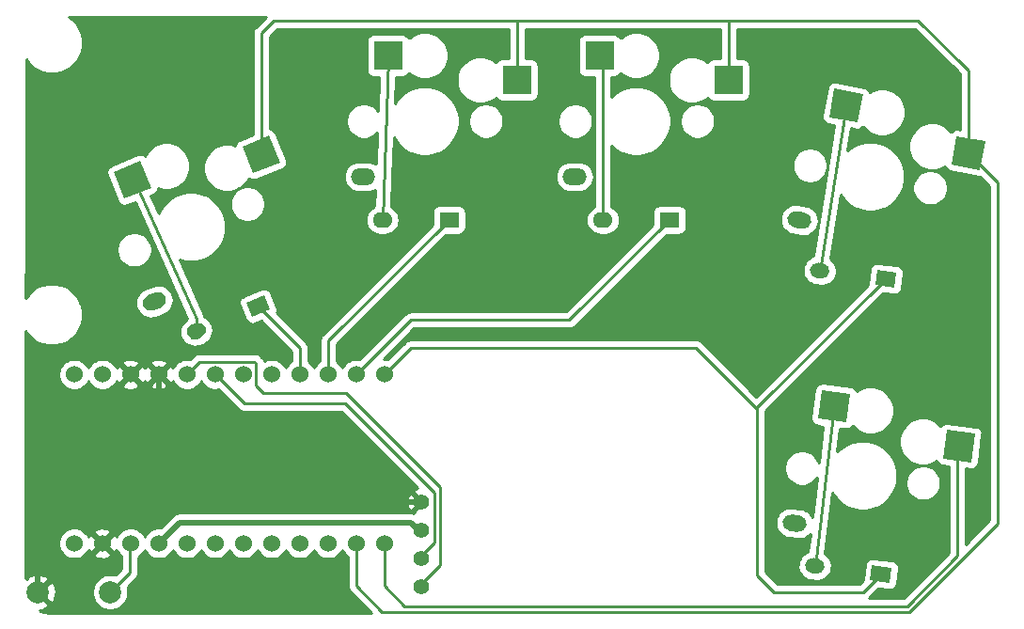
<source format=gbl>
%TF.GenerationSoftware,KiCad,Pcbnew,(5.1.9-0-10_14)*%
%TF.CreationDate,2021-05-28T20:21:16+09:00*%
%TF.ProjectId,quali5,7175616c-6935-42e6-9b69-6361645f7063,rev?*%
%TF.SameCoordinates,Original*%
%TF.FileFunction,Copper,L2,Bot*%
%TF.FilePolarity,Positive*%
%FSLAX46Y46*%
G04 Gerber Fmt 4.6, Leading zero omitted, Abs format (unit mm)*
G04 Created by KiCad (PCBNEW (5.1.9-0-10_14)) date 2021-05-28 20:21:16*
%MOMM*%
%LPD*%
G01*
G04 APERTURE LIST*
%TA.AperFunction,ComponentPad*%
%ADD10C,1.524000*%
%TD*%
%TA.AperFunction,ComponentPad*%
%ADD11O,1.778000X1.397000*%
%TD*%
%TA.AperFunction,ComponentPad*%
%ADD12R,1.778000X1.397000*%
%TD*%
%TA.AperFunction,SMDPad,CuDef*%
%ADD13C,0.100000*%
%TD*%
%TA.AperFunction,ComponentPad*%
%ADD14O,2.200000X1.500000*%
%TD*%
%TA.AperFunction,SMDPad,CuDef*%
%ADD15R,2.600000X2.600000*%
%TD*%
%TA.AperFunction,ComponentPad*%
%ADD16C,0.100000*%
%TD*%
%TA.AperFunction,ComponentPad*%
%ADD17C,1.397000*%
%TD*%
%TA.AperFunction,ComponentPad*%
%ADD18C,2.000000*%
%TD*%
%TA.AperFunction,Conductor*%
%ADD19C,0.250000*%
%TD*%
%TA.AperFunction,Conductor*%
%ADD20C,0.500000*%
%TD*%
%TA.AperFunction,Conductor*%
%ADD21C,0.254000*%
%TD*%
%TA.AperFunction,Conductor*%
%ADD22C,0.100000*%
%TD*%
G04 APERTURE END LIST*
D10*
%TO.P,U1,1*%
%TO.N,N/C*%
X81932000Y-117978600D03*
%TO.P,U1,2*%
X84472000Y-117978600D03*
%TO.P,U1,3*%
%TO.N,GND*%
X87012000Y-117978600D03*
%TO.P,U1,4*%
X89552000Y-117978600D03*
%TO.P,U1,5*%
%TO.N,SDA*%
X92092000Y-117978600D03*
%TO.P,U1,6*%
%TO.N,SCL*%
X94632000Y-117978600D03*
%TO.P,U1,7*%
%TO.N,N/C*%
X97172000Y-117978600D03*
%TO.P,U1,8*%
X99712000Y-117978600D03*
%TO.P,U1,9*%
%TO.N,row0*%
X102252000Y-117978600D03*
%TO.P,U1,10*%
%TO.N,row1*%
X104792000Y-117978600D03*
%TO.P,U1,11*%
%TO.N,row2*%
X107332000Y-117978600D03*
%TO.P,U1,12*%
%TO.N,row3*%
X109872000Y-117978600D03*
%TO.P,U1,13*%
%TO.N,col1*%
X109872000Y-133198600D03*
%TO.P,U1,14*%
%TO.N,col0*%
X107332000Y-133198600D03*
%TO.P,U1,15*%
%TO.N,N/C*%
X104792000Y-133198600D03*
%TO.P,U1,16*%
X102252000Y-133198600D03*
%TO.P,U1,17*%
X99712000Y-133198600D03*
%TO.P,U1,18*%
X97172000Y-133198600D03*
%TO.P,U1,19*%
X94632000Y-133198600D03*
%TO.P,U1,20*%
X92092000Y-133198600D03*
%TO.P,U1,21*%
%TO.N,VCC*%
X89552000Y-133198600D03*
%TO.P,U1,22*%
%TO.N,RST*%
X87012000Y-133198600D03*
%TO.P,U1,23*%
%TO.N,GND*%
X84472000Y-133198600D03*
%TO.P,U1,24*%
%TO.N,N/C*%
X81932000Y-133198600D03*
%TD*%
D11*
%TO.P,D3,2*%
%TO.N,Net-(D3-Pad2)*%
X129540000Y-104060000D03*
D12*
%TO.P,D3,1*%
%TO.N,row2*%
X135540000Y-104060000D03*
%TD*%
%TA.AperFunction,SMDPad,CuDef*%
D13*
%TO.P,SW2,2*%
%TO.N,Net-(D1-Pad2)*%
G36*
X86451764Y-102153145D02*
G01*
X85477786Y-99742467D01*
X87888464Y-98768489D01*
X88862442Y-101179167D01*
X86451764Y-102153145D01*
G37*
%TD.AperFunction*%
%TA.AperFunction,SMDPad,CuDef*%
%TO.P,SW2,1*%
%TO.N,col0*%
G36*
X98031232Y-99847513D02*
G01*
X97057254Y-97436835D01*
X99467932Y-96462857D01*
X100441910Y-98873535D01*
X98031232Y-99847513D01*
G37*
%TD.AperFunction*%
%TO.P,SW2,*%
%TO.N,*%
%TA.AperFunction,ComponentPad*%
G36*
G01*
X88147261Y-111822053D02*
X88147261Y-111822053D01*
G75*
G02*
X88561694Y-110845710I695388J280955D01*
G01*
X89210722Y-110583486D01*
G75*
G02*
X90187065Y-110997919I280955J-695388D01*
G01*
X90187065Y-110997919D01*
G75*
G02*
X89772632Y-111974262I-695388J-280955D01*
G01*
X89123604Y-112236486D01*
G75*
G02*
X88147261Y-111822053I-280955J695388D01*
G01*
G37*
%TD.AperFunction*%
%TD*%
%TA.AperFunction,SMDPad,CuDef*%
%TO.P,SW6,2*%
%TO.N,Net-(D5-Pad2)*%
G36*
X148904887Y-121963689D02*
G01*
X149221747Y-119383069D01*
X151802367Y-119699929D01*
X151485507Y-122280549D01*
X148904887Y-121963689D01*
G37*
%TD.AperFunction*%
%TA.AperFunction,SMDPad,CuDef*%
%TO.P,SW6,1*%
%TO.N,col1*%
G36*
X160150310Y-125560975D02*
G01*
X160467170Y-122980355D01*
X163047790Y-123297215D01*
X162730930Y-125877835D01*
X160150310Y-125560975D01*
G37*
%TD.AperFunction*%
%TO.P,SW6,*%
%TO.N,*%
%TA.AperFunction,ComponentPad*%
G36*
G01*
X145700221Y-131242300D02*
X145700221Y-131242300D01*
G75*
G02*
X146536033Y-130589292I744410J-91402D01*
G01*
X147230815Y-130674600D01*
G75*
G02*
X147883823Y-131510412I-91402J-744410D01*
G01*
X147883823Y-131510412D01*
G75*
G02*
X147048011Y-132163420I-744410J91402D01*
G01*
X146353229Y-132078112D01*
G75*
G02*
X145700221Y-131242300I91402J744410D01*
G01*
G37*
%TD.AperFunction*%
%TD*%
D14*
%TO.P,SW3,*%
%TO.N,*%
X107940000Y-100170000D03*
D15*
%TO.P,SW3,1*%
%TO.N,col0*%
X121790000Y-91470000D03*
%TO.P,SW3,2*%
%TO.N,Net-(D2-Pad2)*%
X110190000Y-89270000D03*
%TD*%
%TA.AperFunction,ComponentPad*%
D16*
%TO.P,D1,1*%
%TO.N,row0*%
G36*
X99054156Y-110845517D02*
G01*
X99577481Y-112140793D01*
X97928948Y-112806843D01*
X97405623Y-111511567D01*
X99054156Y-110845517D01*
G37*
%TD.AperFunction*%
%TO.P,D1,2*%
%TO.N,Net-(D1-Pad2)*%
%TA.AperFunction,ComponentPad*%
G36*
G01*
X93752715Y-113740794D02*
X93752715Y-113740794D01*
G75*
G02*
X93366740Y-114650095I-647638J-261663D01*
G01*
X93013482Y-114792821D01*
G75*
G02*
X92104181Y-114406846I-261663J647638D01*
G01*
X92104181Y-114406846D01*
G75*
G02*
X92490156Y-113497545I647638J261663D01*
G01*
X92843414Y-113354819D01*
G75*
G02*
X93752715Y-113740794I261663J-647638D01*
G01*
G37*
%TD.AperFunction*%
%TD*%
D11*
%TO.P,D2,2*%
%TO.N,Net-(D2-Pad2)*%
X109680000Y-104060000D03*
D12*
%TO.P,D2,1*%
%TO.N,row1*%
X115680000Y-104060000D03*
%TD*%
%TA.AperFunction,ComponentPad*%
D16*
%TO.P,D4,1*%
%TO.N,row3*%
G36*
X155972775Y-108786264D02*
G01*
X155802524Y-110172851D01*
X154037777Y-109956168D01*
X154208028Y-108569581D01*
X155972775Y-108786264D01*
G37*
%TD.AperFunction*%
%TO.P,D4,2*%
%TO.N,Net-(D4-Pad2)*%
%TA.AperFunction,ComponentPad*%
G36*
G01*
X149932373Y-108748342D02*
X149932373Y-108748342D01*
G75*
G02*
X149153954Y-109356509I-693293J85126D01*
G01*
X148775794Y-109310077D01*
G75*
G02*
X148167627Y-108531658I85126J693293D01*
G01*
X148167627Y-108531658D01*
G75*
G02*
X148946046Y-107923491I693293J-85126D01*
G01*
X149324206Y-107969923D01*
G75*
G02*
X149932373Y-108748342I-85126J-693293D01*
G01*
G37*
%TD.AperFunction*%
%TD*%
%TA.AperFunction,ComponentPad*%
%TO.P,D5,1*%
%TO.N,row3*%
G36*
X155535137Y-135370656D02*
G01*
X155364886Y-136757243D01*
X153600139Y-136540560D01*
X153770390Y-135153973D01*
X155535137Y-135370656D01*
G37*
%TD.AperFunction*%
%TO.P,D5,2*%
%TO.N,Net-(D5-Pad2)*%
%TA.AperFunction,ComponentPad*%
G36*
G01*
X149494735Y-135332734D02*
X149494735Y-135332734D01*
G75*
G02*
X148716316Y-135940901I-693293J85126D01*
G01*
X148338156Y-135894469D01*
G75*
G02*
X147729989Y-135116050I85126J693293D01*
G01*
X147729989Y-135116050D01*
G75*
G02*
X148508408Y-134507883I693293J-85126D01*
G01*
X148886568Y-134554315D01*
G75*
G02*
X149494735Y-135332734I-85126J-693293D01*
G01*
G37*
%TD.AperFunction*%
%TD*%
D17*
%TO.P,OL1,1*%
%TO.N,SDA*%
X113210000Y-137090000D03*
%TO.P,OL1,2*%
%TO.N,SCL*%
X113210000Y-134550000D03*
%TO.P,OL1,3*%
%TO.N,VCC*%
X113210000Y-132010000D03*
%TO.P,OL1,4*%
%TO.N,GND*%
X113210000Y-129470000D03*
%TD*%
D18*
%TO.P,SW1,1*%
%TO.N,RST*%
X85160000Y-137590000D03*
%TO.P,SW1,2*%
%TO.N,GND*%
X78660000Y-137590000D03*
%TD*%
D15*
%TO.P,SW4,2*%
%TO.N,Net-(D3-Pad2)*%
X129240000Y-89270000D03*
%TO.P,SW4,1*%
%TO.N,col0*%
X140840000Y-91470000D03*
D14*
%TO.P,SW4,*%
%TO.N,*%
X126990000Y-100170000D03*
%TD*%
%TO.P,SW5,*%
%TO.N,*%
%TA.AperFunction,ComponentPad*%
G36*
G01*
X146140178Y-103874408D02*
X146140178Y-103874408D01*
G75*
G02*
X147014296Y-103273644I737441J-136677D01*
G01*
X147702574Y-103401208D01*
G75*
G02*
X148303338Y-104275326I-136677J-737441D01*
G01*
X148303338Y-104275326D01*
G75*
G02*
X147429220Y-104876090I-737441J136677D01*
G01*
X146740942Y-104748526D01*
G75*
G02*
X146140178Y-103874408I136677J737441D01*
G01*
G37*
%TD.AperFunction*%
%TA.AperFunction,SMDPad,CuDef*%
D13*
%TO.P,SW5,1*%
%TO.N,col0*%
G36*
X160910149Y-99085837D02*
G01*
X161383962Y-96529374D01*
X163940425Y-97003187D01*
X163466612Y-99559650D01*
X160910149Y-99085837D01*
G37*
%TD.AperFunction*%
%TA.AperFunction,SMDPad,CuDef*%
%TO.P,SW5,2*%
%TO.N,Net-(D4-Pad2)*%
G36*
X149905310Y-94808744D02*
G01*
X150379123Y-92252281D01*
X152935586Y-92726094D01*
X152461773Y-95282557D01*
X149905310Y-94808744D01*
G37*
%TD.AperFunction*%
%TD*%
D19*
%TO.N,Net-(D1-Pad2)*%
X92928448Y-112993621D02*
X92928448Y-114073820D01*
X87310000Y-100390000D02*
X92928448Y-112993621D01*
%TO.N,row0*%
X98491552Y-111826180D02*
X99910000Y-113244628D01*
X102252000Y-115586628D02*
X98491552Y-111826180D01*
X102252000Y-117978600D02*
X102252000Y-115586628D01*
%TO.N,row1*%
X104792000Y-114948000D02*
X115680000Y-104060000D01*
X104792000Y-117978600D02*
X104792000Y-114948000D01*
%TO.N,Net-(D2-Pad2)*%
X110190000Y-89390000D02*
X109680000Y-104060000D01*
X110190000Y-89270000D02*
X110190000Y-89390000D01*
%TO.N,Net-(D3-Pad2)*%
X129540000Y-89570000D02*
X129240000Y-89270000D01*
X129540000Y-104060000D02*
X129540000Y-89570000D01*
%TO.N,Net-(D4-Pad2)*%
X151420448Y-93767419D02*
X149050000Y-108640000D01*
%TO.N,Net-(D5-Pad2)*%
X148612362Y-135224392D02*
X150353627Y-120831809D01*
%TO.N,SDA*%
X114870010Y-135129990D02*
X114870010Y-128129990D01*
X112910000Y-137090000D02*
X114870010Y-135129990D01*
X114870010Y-128129990D02*
X106410000Y-119669980D01*
X106410000Y-119669980D02*
X98989980Y-119669980D01*
X98309001Y-118989001D02*
X98309001Y-116989001D01*
X98989980Y-119669980D02*
X98309001Y-118989001D01*
X93229001Y-116841599D02*
X92092000Y-117978600D01*
X98161599Y-116841599D02*
X93229001Y-116841599D01*
X98309001Y-116989001D02*
X98161599Y-116841599D01*
%TO.N,SCL*%
X112910000Y-134550000D02*
X114370000Y-133090000D01*
X114370000Y-133090000D02*
X114370000Y-128630000D01*
X114370000Y-128630000D02*
X106330000Y-120590000D01*
X97243400Y-120590000D02*
X94632000Y-117978600D01*
X106330000Y-120590000D02*
X97243400Y-120590000D01*
D20*
%TO.N,VCC*%
X112211501Y-131311501D02*
X112910000Y-132010000D01*
X91439099Y-131311501D02*
X112211501Y-131311501D01*
X89552000Y-133198600D02*
X91439099Y-131311501D01*
%TO.N,GND*%
X78660000Y-137590000D02*
X78660000Y-132340000D01*
X78660000Y-132340000D02*
X81530000Y-129470000D01*
X88200600Y-129470000D02*
X88790000Y-129470000D01*
X84472000Y-133198600D02*
X88200600Y-129470000D01*
X81530000Y-129470000D02*
X88790000Y-129470000D01*
X98503400Y-129470000D02*
X98530000Y-129470000D01*
X98530000Y-129470000D02*
X112910000Y-129470000D01*
X88790000Y-129470000D02*
X98530000Y-129470000D01*
X89552000Y-120448000D02*
X89516700Y-120483300D01*
X89552000Y-117978600D02*
X89552000Y-120448000D01*
X89516700Y-120483300D02*
X98503400Y-129470000D01*
X87012000Y-117978600D02*
X89516700Y-120483300D01*
D19*
%TO.N,RST*%
X85160000Y-137590000D02*
X86910000Y-135840000D01*
X86910000Y-133300600D02*
X87012000Y-133198600D01*
X86910000Y-135840000D02*
X86910000Y-133300600D01*
%TO.N,col0*%
X98749582Y-87250418D02*
X99910000Y-86090000D01*
X98749582Y-98155185D02*
X98749582Y-87250418D01*
X162425287Y-90605287D02*
X161910000Y-90090000D01*
X157910000Y-86090000D02*
X161910000Y-90090000D01*
X140910000Y-86090000D02*
X157910000Y-86090000D01*
X140840000Y-86160000D02*
X140910000Y-86090000D01*
X121790000Y-86210000D02*
X121910000Y-86090000D01*
X121790000Y-91470000D02*
X121790000Y-86210000D01*
X121910000Y-86090000D02*
X140910000Y-86090000D01*
X99910000Y-86090000D02*
X121910000Y-86090000D01*
X162425287Y-98044512D02*
X162425287Y-90605287D01*
X140840000Y-91470000D02*
X140840000Y-86160000D01*
X165109980Y-100729205D02*
X162425287Y-98044512D01*
X165109980Y-131390020D02*
X165109980Y-100729205D01*
X107332000Y-133198600D02*
X107332000Y-137012000D01*
X157160000Y-139340000D02*
X165109980Y-131390020D01*
X109660000Y-139340000D02*
X157160000Y-139340000D01*
X107332000Y-137012000D02*
X109660000Y-139340000D01*
%TO.N,col1*%
X109872000Y-137052000D02*
X109872000Y-133198600D01*
X111660000Y-138840000D02*
X156910000Y-138840000D01*
X111660000Y-138840000D02*
X109872000Y-137052000D01*
X161410000Y-124618145D02*
X161599050Y-124429095D01*
X161410000Y-134340000D02*
X161410000Y-124618145D01*
X156910000Y-138840000D02*
X161410000Y-134340000D01*
%TO.N,row2*%
X126510000Y-113090000D02*
X135540000Y-104060000D01*
X112220600Y-113090000D02*
X107332000Y-117978600D01*
X112410000Y-113090000D02*
X112220600Y-113090000D01*
X112410000Y-113090000D02*
X126510000Y-113090000D01*
%TO.N,row3*%
X137910000Y-115590000D02*
X143410000Y-121090000D01*
X112260600Y-115590000D02*
X109872000Y-117978600D01*
X112410000Y-115590000D02*
X112260600Y-115590000D01*
X112410000Y-115590000D02*
X137910000Y-115590000D01*
X143410000Y-136090000D02*
X143410000Y-121090000D01*
X152933246Y-137590000D02*
X154567638Y-135955608D01*
X144910000Y-137590000D02*
X152933246Y-137590000D01*
X144910000Y-137590000D02*
X143410000Y-136090000D01*
X143410000Y-120966492D02*
X143410000Y-121090000D01*
X155005276Y-109371216D02*
X143410000Y-120966492D01*
%TD*%
D21*
%TO.N,GND*%
X98238580Y-86686619D02*
X98209582Y-86710417D01*
X98185784Y-86739415D01*
X98185783Y-86739416D01*
X98114608Y-86826142D01*
X98044036Y-86958172D01*
X98024713Y-87021875D01*
X98000580Y-87101432D01*
X97992746Y-87180967D01*
X97985906Y-87250418D01*
X97989583Y-87287750D01*
X97989582Y-96371967D01*
X96818228Y-96845225D01*
X96707403Y-96903224D01*
X96610023Y-96981730D01*
X96529830Y-97077725D01*
X96469906Y-97187521D01*
X96432552Y-97306897D01*
X96424208Y-97384651D01*
X96312631Y-97338434D01*
X95900154Y-97256387D01*
X95479596Y-97256387D01*
X95067119Y-97338434D01*
X94678573Y-97499375D01*
X94328892Y-97733024D01*
X94031512Y-98030404D01*
X93797863Y-98380085D01*
X93636922Y-98768631D01*
X93554875Y-99181108D01*
X93554875Y-99601666D01*
X93636922Y-100014143D01*
X93797863Y-100402689D01*
X94031512Y-100752370D01*
X94328892Y-101049750D01*
X94678573Y-101283399D01*
X95067119Y-101444340D01*
X95479596Y-101526387D01*
X95900154Y-101526387D01*
X96312631Y-101444340D01*
X96701177Y-101283399D01*
X97050858Y-101049750D01*
X97348238Y-100752370D01*
X97581887Y-100402689D01*
X97613624Y-100326069D01*
X97672122Y-100374937D01*
X97781918Y-100434861D01*
X97901294Y-100472215D01*
X98025664Y-100485561D01*
X98150248Y-100474387D01*
X98270258Y-100439123D01*
X98936360Y-100170000D01*
X106198299Y-100170000D01*
X106225040Y-100441507D01*
X106304236Y-100702581D01*
X106432843Y-100943188D01*
X106605919Y-101154081D01*
X106816812Y-101327157D01*
X107057419Y-101455764D01*
X107318493Y-101534960D01*
X107521963Y-101555000D01*
X108358037Y-101555000D01*
X108561507Y-101534960D01*
X108822581Y-101455764D01*
X109013627Y-101353648D01*
X108962311Y-102829750D01*
X108745063Y-102945871D01*
X108542011Y-103112511D01*
X108375371Y-103315563D01*
X108251546Y-103547223D01*
X108175295Y-103798588D01*
X108149548Y-104060000D01*
X108175295Y-104321412D01*
X108251546Y-104572777D01*
X108375371Y-104804437D01*
X108542011Y-105007489D01*
X108745063Y-105174129D01*
X108976723Y-105297954D01*
X109228088Y-105374205D01*
X109423992Y-105393500D01*
X109936008Y-105393500D01*
X110131912Y-105374205D01*
X110383277Y-105297954D01*
X110614937Y-105174129D01*
X110817989Y-105007489D01*
X110984629Y-104804437D01*
X111108454Y-104572777D01*
X111184705Y-104321412D01*
X111210452Y-104060000D01*
X111184705Y-103798588D01*
X111108454Y-103547223D01*
X110984629Y-103315563D01*
X110817989Y-103112511D01*
X110614937Y-102945871D01*
X110481668Y-102874637D01*
X110575694Y-100170000D01*
X125248299Y-100170000D01*
X125275040Y-100441507D01*
X125354236Y-100702581D01*
X125482843Y-100943188D01*
X125655919Y-101154081D01*
X125866812Y-101327157D01*
X126107419Y-101455764D01*
X126368493Y-101534960D01*
X126571963Y-101555000D01*
X127408037Y-101555000D01*
X127611507Y-101534960D01*
X127872581Y-101455764D01*
X128113188Y-101327157D01*
X128324081Y-101154081D01*
X128497157Y-100943188D01*
X128625764Y-100702581D01*
X128704960Y-100441507D01*
X128731701Y-100170000D01*
X128704960Y-99898493D01*
X128625764Y-99637419D01*
X128497157Y-99396812D01*
X128324081Y-99185919D01*
X128113188Y-99012843D01*
X127872581Y-98884236D01*
X127611507Y-98805040D01*
X127408037Y-98785000D01*
X126571963Y-98785000D01*
X126368493Y-98805040D01*
X126107419Y-98884236D01*
X125866812Y-99012843D01*
X125655919Y-99185919D01*
X125482843Y-99396812D01*
X125354236Y-99637419D01*
X125275040Y-99898493D01*
X125248299Y-100170000D01*
X110575694Y-100170000D01*
X110698970Y-96624007D01*
X110711799Y-96654979D01*
X111054886Y-97168446D01*
X111491554Y-97605114D01*
X112005021Y-97948201D01*
X112575554Y-98184524D01*
X113181229Y-98305000D01*
X113798771Y-98305000D01*
X114404446Y-98184524D01*
X114974979Y-97948201D01*
X115488446Y-97605114D01*
X115925114Y-97168446D01*
X116268201Y-96654979D01*
X116504524Y-96084446D01*
X116625000Y-95478771D01*
X116625000Y-95013891D01*
X117405000Y-95013891D01*
X117405000Y-95326109D01*
X117465911Y-95632327D01*
X117585391Y-95920779D01*
X117758850Y-96180379D01*
X117979621Y-96401150D01*
X118239221Y-96574609D01*
X118527673Y-96694089D01*
X118833891Y-96755000D01*
X119146109Y-96755000D01*
X119452327Y-96694089D01*
X119740779Y-96574609D01*
X120000379Y-96401150D01*
X120221150Y-96180379D01*
X120394609Y-95920779D01*
X120514089Y-95632327D01*
X120575000Y-95326109D01*
X120575000Y-95013891D01*
X125455000Y-95013891D01*
X125455000Y-95326109D01*
X125515911Y-95632327D01*
X125635391Y-95920779D01*
X125808850Y-96180379D01*
X126029621Y-96401150D01*
X126289221Y-96574609D01*
X126577673Y-96694089D01*
X126883891Y-96755000D01*
X127196109Y-96755000D01*
X127502327Y-96694089D01*
X127790779Y-96574609D01*
X128050379Y-96401150D01*
X128271150Y-96180379D01*
X128444609Y-95920779D01*
X128564089Y-95632327D01*
X128625000Y-95326109D01*
X128625000Y-95013891D01*
X128564089Y-94707673D01*
X128444609Y-94419221D01*
X128271150Y-94159621D01*
X128050379Y-93938850D01*
X127790779Y-93765391D01*
X127502327Y-93645911D01*
X127196109Y-93585000D01*
X126883891Y-93585000D01*
X126577673Y-93645911D01*
X126289221Y-93765391D01*
X126029621Y-93938850D01*
X125808850Y-94159621D01*
X125635391Y-94419221D01*
X125515911Y-94707673D01*
X125455000Y-95013891D01*
X120575000Y-95013891D01*
X120514089Y-94707673D01*
X120394609Y-94419221D01*
X120221150Y-94159621D01*
X120000379Y-93938850D01*
X119740779Y-93765391D01*
X119452327Y-93645911D01*
X119146109Y-93585000D01*
X118833891Y-93585000D01*
X118527673Y-93645911D01*
X118239221Y-93765391D01*
X117979621Y-93938850D01*
X117758850Y-94159621D01*
X117585391Y-94419221D01*
X117465911Y-94707673D01*
X117405000Y-95013891D01*
X116625000Y-95013891D01*
X116625000Y-94861229D01*
X116504524Y-94255554D01*
X116268201Y-93685021D01*
X115925114Y-93171554D01*
X115488446Y-92734886D01*
X114974979Y-92391799D01*
X114404446Y-92155476D01*
X113798771Y-92035000D01*
X113181229Y-92035000D01*
X112575554Y-92155476D01*
X112005021Y-92391799D01*
X111491554Y-92734886D01*
X111054886Y-93171554D01*
X110806047Y-93543969D01*
X110887254Y-91208072D01*
X111490000Y-91208072D01*
X111614482Y-91195812D01*
X111734180Y-91159502D01*
X111844494Y-91100537D01*
X111941185Y-91021185D01*
X112020537Y-90924494D01*
X112056976Y-90856322D01*
X112129017Y-90928363D01*
X112478698Y-91162012D01*
X112867244Y-91322953D01*
X113279721Y-91405000D01*
X113700279Y-91405000D01*
X114112756Y-91322953D01*
X114501302Y-91162012D01*
X114850983Y-90928363D01*
X115148363Y-90630983D01*
X115382012Y-90281302D01*
X115542953Y-89892756D01*
X115625000Y-89480279D01*
X115625000Y-89059721D01*
X115542953Y-88647244D01*
X115382012Y-88258698D01*
X115148363Y-87909017D01*
X114850983Y-87611637D01*
X114501302Y-87377988D01*
X114112756Y-87217047D01*
X113700279Y-87135000D01*
X113279721Y-87135000D01*
X112867244Y-87217047D01*
X112478698Y-87377988D01*
X112129017Y-87611637D01*
X112056976Y-87683678D01*
X112020537Y-87615506D01*
X111941185Y-87518815D01*
X111844494Y-87439463D01*
X111734180Y-87380498D01*
X111614482Y-87344188D01*
X111490000Y-87331928D01*
X108890000Y-87331928D01*
X108765518Y-87344188D01*
X108645820Y-87380498D01*
X108535506Y-87439463D01*
X108438815Y-87518815D01*
X108359463Y-87615506D01*
X108300498Y-87725820D01*
X108264188Y-87845518D01*
X108251928Y-87970000D01*
X108251928Y-90570000D01*
X108264188Y-90694482D01*
X108300498Y-90814180D01*
X108359463Y-90924494D01*
X108438815Y-91021185D01*
X108535506Y-91100537D01*
X108645820Y-91159502D01*
X108765518Y-91195812D01*
X108890000Y-91208072D01*
X109366336Y-91208072D01*
X109261620Y-94220189D01*
X109221150Y-94159621D01*
X109000379Y-93938850D01*
X108740779Y-93765391D01*
X108452327Y-93645911D01*
X108146109Y-93585000D01*
X107833891Y-93585000D01*
X107527673Y-93645911D01*
X107239221Y-93765391D01*
X106979621Y-93938850D01*
X106758850Y-94159621D01*
X106585391Y-94419221D01*
X106465911Y-94707673D01*
X106405000Y-95013891D01*
X106405000Y-95326109D01*
X106465911Y-95632327D01*
X106585391Y-95920779D01*
X106758850Y-96180379D01*
X106979621Y-96401150D01*
X107239221Y-96574609D01*
X107527673Y-96694089D01*
X107833891Y-96755000D01*
X108146109Y-96755000D01*
X108452327Y-96694089D01*
X108740779Y-96574609D01*
X109000379Y-96401150D01*
X109192478Y-96209051D01*
X109094122Y-99038230D01*
X109063188Y-99012843D01*
X108822581Y-98884236D01*
X108561507Y-98805040D01*
X108358037Y-98785000D01*
X107521963Y-98785000D01*
X107318493Y-98805040D01*
X107057419Y-98884236D01*
X106816812Y-99012843D01*
X106605919Y-99185919D01*
X106432843Y-99396812D01*
X106304236Y-99637419D01*
X106225040Y-99898493D01*
X106198299Y-100170000D01*
X98936360Y-100170000D01*
X100680936Y-99465145D01*
X100791761Y-99407146D01*
X100889141Y-99328640D01*
X100969334Y-99232645D01*
X101029258Y-99122849D01*
X101066612Y-99003473D01*
X101079958Y-98879103D01*
X101068784Y-98754519D01*
X101033520Y-98634509D01*
X100059542Y-96223831D01*
X100001543Y-96113006D01*
X99923037Y-96015626D01*
X99827042Y-95935433D01*
X99717246Y-95875509D01*
X99597870Y-95838155D01*
X99509582Y-95828681D01*
X99509582Y-87565219D01*
X100224802Y-86850000D01*
X121030001Y-86850000D01*
X121030000Y-89531928D01*
X120490000Y-89531928D01*
X120365518Y-89544188D01*
X120245820Y-89580498D01*
X120135506Y-89639463D01*
X120038815Y-89718815D01*
X119959463Y-89815506D01*
X119923024Y-89883678D01*
X119850983Y-89811637D01*
X119501302Y-89577988D01*
X119112756Y-89417047D01*
X118700279Y-89335000D01*
X118279721Y-89335000D01*
X117867244Y-89417047D01*
X117478698Y-89577988D01*
X117129017Y-89811637D01*
X116831637Y-90109017D01*
X116597988Y-90458698D01*
X116437047Y-90847244D01*
X116355000Y-91259721D01*
X116355000Y-91680279D01*
X116437047Y-92092756D01*
X116597988Y-92481302D01*
X116831637Y-92830983D01*
X117129017Y-93128363D01*
X117478698Y-93362012D01*
X117867244Y-93522953D01*
X118279721Y-93605000D01*
X118700279Y-93605000D01*
X119112756Y-93522953D01*
X119501302Y-93362012D01*
X119850983Y-93128363D01*
X119923024Y-93056322D01*
X119959463Y-93124494D01*
X120038815Y-93221185D01*
X120135506Y-93300537D01*
X120245820Y-93359502D01*
X120365518Y-93395812D01*
X120490000Y-93408072D01*
X123090000Y-93408072D01*
X123214482Y-93395812D01*
X123334180Y-93359502D01*
X123444494Y-93300537D01*
X123541185Y-93221185D01*
X123620537Y-93124494D01*
X123679502Y-93014180D01*
X123715812Y-92894482D01*
X123728072Y-92770000D01*
X123728072Y-90170000D01*
X123715812Y-90045518D01*
X123679502Y-89925820D01*
X123620537Y-89815506D01*
X123541185Y-89718815D01*
X123444494Y-89639463D01*
X123334180Y-89580498D01*
X123214482Y-89544188D01*
X123090000Y-89531928D01*
X122550000Y-89531928D01*
X122550000Y-87970000D01*
X127301928Y-87970000D01*
X127301928Y-90570000D01*
X127314188Y-90694482D01*
X127350498Y-90814180D01*
X127409463Y-90924494D01*
X127488815Y-91021185D01*
X127585506Y-91100537D01*
X127695820Y-91159502D01*
X127815518Y-91195812D01*
X127940000Y-91208072D01*
X128780001Y-91208072D01*
X128780000Y-102852365D01*
X128605063Y-102945871D01*
X128402011Y-103112511D01*
X128235371Y-103315563D01*
X128111546Y-103547223D01*
X128035295Y-103798588D01*
X128009548Y-104060000D01*
X128035295Y-104321412D01*
X128111546Y-104572777D01*
X128235371Y-104804437D01*
X128402011Y-105007489D01*
X128605063Y-105174129D01*
X128836723Y-105297954D01*
X129088088Y-105374205D01*
X129283992Y-105393500D01*
X129796008Y-105393500D01*
X129991912Y-105374205D01*
X130243277Y-105297954D01*
X130474937Y-105174129D01*
X130677989Y-105007489D01*
X130844629Y-104804437D01*
X130968454Y-104572777D01*
X131044705Y-104321412D01*
X131070452Y-104060000D01*
X131044705Y-103798588D01*
X130968454Y-103547223D01*
X130844629Y-103315563D01*
X130677989Y-103112511D01*
X130474937Y-102945871D01*
X130300000Y-102852365D01*
X130300000Y-99011596D01*
X146597098Y-99011596D01*
X146597098Y-99323814D01*
X146658009Y-99630032D01*
X146777489Y-99918484D01*
X146950948Y-100178084D01*
X147171719Y-100398855D01*
X147431319Y-100572314D01*
X147719771Y-100691794D01*
X148025989Y-100752705D01*
X148338207Y-100752705D01*
X148644425Y-100691794D01*
X148932877Y-100572314D01*
X149192477Y-100398855D01*
X149413248Y-100178084D01*
X149586707Y-99918484D01*
X149706187Y-99630032D01*
X149757830Y-99370409D01*
X148489058Y-107330888D01*
X148257810Y-107420236D01*
X148035963Y-107560889D01*
X147845820Y-107742119D01*
X147694685Y-107956962D01*
X147588369Y-108197160D01*
X147530956Y-108453486D01*
X147524653Y-108716086D01*
X147569702Y-108974870D01*
X147664372Y-109219894D01*
X147805025Y-109441741D01*
X147986255Y-109631884D01*
X148201098Y-109783019D01*
X148441296Y-109889335D01*
X148633389Y-109932361D01*
X149141587Y-109994759D01*
X149338383Y-109999483D01*
X149597167Y-109954434D01*
X149842190Y-109859764D01*
X150064037Y-109719111D01*
X150254180Y-109537881D01*
X150405315Y-109323038D01*
X150511631Y-109082840D01*
X150569044Y-108826514D01*
X150575347Y-108563914D01*
X150530298Y-108305130D01*
X150435628Y-108060106D01*
X150294976Y-107838259D01*
X150113745Y-107648116D01*
X149991400Y-107562050D01*
X150909569Y-101801303D01*
X151154886Y-102168446D01*
X151591554Y-102605114D01*
X152105021Y-102948201D01*
X152675554Y-103184524D01*
X153281229Y-103305000D01*
X153898771Y-103305000D01*
X154504446Y-103184524D01*
X155074979Y-102948201D01*
X155588446Y-102605114D01*
X156025114Y-102168446D01*
X156368201Y-101654979D01*
X156604524Y-101084446D01*
X156618101Y-101016186D01*
X157412902Y-101016186D01*
X157412902Y-101328404D01*
X157473813Y-101634622D01*
X157593293Y-101923074D01*
X157766752Y-102182674D01*
X157987523Y-102403445D01*
X158247123Y-102576904D01*
X158535575Y-102696384D01*
X158841793Y-102757295D01*
X159154011Y-102757295D01*
X159460229Y-102696384D01*
X159748681Y-102576904D01*
X160008281Y-102403445D01*
X160229052Y-102182674D01*
X160402511Y-101923074D01*
X160521991Y-101634622D01*
X160582902Y-101328404D01*
X160582902Y-101016186D01*
X160521991Y-100709968D01*
X160402511Y-100421516D01*
X160229052Y-100161916D01*
X160008281Y-99941145D01*
X159748681Y-99767686D01*
X159460229Y-99648206D01*
X159154011Y-99587295D01*
X158841793Y-99587295D01*
X158535575Y-99648206D01*
X158247123Y-99767686D01*
X157987523Y-99941145D01*
X157766752Y-100161916D01*
X157593293Y-100421516D01*
X157473813Y-100709968D01*
X157412902Y-101016186D01*
X156618101Y-101016186D01*
X156725000Y-100478771D01*
X156725000Y-99861229D01*
X156604524Y-99255554D01*
X156368201Y-98685021D01*
X156025114Y-98171554D01*
X155588446Y-97734886D01*
X155074979Y-97391799D01*
X154504446Y-97155476D01*
X153898771Y-97035000D01*
X153281229Y-97035000D01*
X152675554Y-97155476D01*
X152105021Y-97391799D01*
X151591554Y-97734886D01*
X151551270Y-97775170D01*
X151862815Y-95820485D01*
X152345493Y-95909944D01*
X152470125Y-95920574D01*
X152594435Y-95906686D01*
X152713648Y-95868812D01*
X152823181Y-95808409D01*
X152918825Y-95727798D01*
X152966029Y-95668720D01*
X153006827Y-95729779D01*
X153304207Y-96027159D01*
X153653888Y-96260808D01*
X154042434Y-96421749D01*
X154454911Y-96503796D01*
X154875469Y-96503796D01*
X155287946Y-96421749D01*
X155676492Y-96260808D01*
X156026173Y-96027159D01*
X156323553Y-95729779D01*
X156557202Y-95380098D01*
X156718143Y-94991552D01*
X156800190Y-94579075D01*
X156800190Y-94158517D01*
X156718143Y-93746040D01*
X156557202Y-93357494D01*
X156323553Y-93007813D01*
X156026173Y-92710433D01*
X155676492Y-92476784D01*
X155287946Y-92315843D01*
X154875469Y-92233796D01*
X154454911Y-92233796D01*
X154042434Y-92315843D01*
X153653888Y-92476784D01*
X153545636Y-92549116D01*
X153521841Y-92474219D01*
X153461438Y-92364686D01*
X153380827Y-92269042D01*
X153283105Y-92190962D01*
X153172028Y-92133447D01*
X153051866Y-92098707D01*
X150495403Y-91624894D01*
X150370771Y-91614264D01*
X150246461Y-91628152D01*
X150127248Y-91666026D01*
X150017715Y-91726429D01*
X149922071Y-91807040D01*
X149843991Y-91904762D01*
X149786476Y-92015839D01*
X149751736Y-92136001D01*
X149277923Y-94692464D01*
X149267293Y-94817096D01*
X149281181Y-94941406D01*
X149319055Y-95060619D01*
X149379458Y-95170152D01*
X149460069Y-95265796D01*
X149557791Y-95343876D01*
X149668868Y-95401391D01*
X149789030Y-95436131D01*
X150367793Y-95543398D01*
X149767098Y-99312258D01*
X149767098Y-99011596D01*
X149706187Y-98705378D01*
X149586707Y-98416926D01*
X149413248Y-98157326D01*
X149192477Y-97936555D01*
X148932877Y-97763096D01*
X148644425Y-97643616D01*
X148338207Y-97582705D01*
X148025989Y-97582705D01*
X147719771Y-97643616D01*
X147431319Y-97763096D01*
X147171719Y-97936555D01*
X146950948Y-98157326D01*
X146777489Y-98416926D01*
X146658009Y-98705378D01*
X146597098Y-99011596D01*
X130300000Y-99011596D01*
X130300000Y-97363560D01*
X130541554Y-97605114D01*
X131055021Y-97948201D01*
X131625554Y-98184524D01*
X132231229Y-98305000D01*
X132848771Y-98305000D01*
X133454446Y-98184524D01*
X134024979Y-97948201D01*
X134538446Y-97605114D01*
X134975114Y-97168446D01*
X135318201Y-96654979D01*
X135554524Y-96084446D01*
X135675000Y-95478771D01*
X135675000Y-95013891D01*
X136455000Y-95013891D01*
X136455000Y-95326109D01*
X136515911Y-95632327D01*
X136635391Y-95920779D01*
X136808850Y-96180379D01*
X137029621Y-96401150D01*
X137289221Y-96574609D01*
X137577673Y-96694089D01*
X137883891Y-96755000D01*
X138196109Y-96755000D01*
X138502327Y-96694089D01*
X138790779Y-96574609D01*
X139050379Y-96401150D01*
X139271150Y-96180379D01*
X139444609Y-95920779D01*
X139564089Y-95632327D01*
X139625000Y-95326109D01*
X139625000Y-95013891D01*
X139564089Y-94707673D01*
X139444609Y-94419221D01*
X139271150Y-94159621D01*
X139050379Y-93938850D01*
X138790779Y-93765391D01*
X138502327Y-93645911D01*
X138196109Y-93585000D01*
X137883891Y-93585000D01*
X137577673Y-93645911D01*
X137289221Y-93765391D01*
X137029621Y-93938850D01*
X136808850Y-94159621D01*
X136635391Y-94419221D01*
X136515911Y-94707673D01*
X136455000Y-95013891D01*
X135675000Y-95013891D01*
X135675000Y-94861229D01*
X135554524Y-94255554D01*
X135318201Y-93685021D01*
X134975114Y-93171554D01*
X134538446Y-92734886D01*
X134024979Y-92391799D01*
X133454446Y-92155476D01*
X132848771Y-92035000D01*
X132231229Y-92035000D01*
X131625554Y-92155476D01*
X131055021Y-92391799D01*
X130541554Y-92734886D01*
X130300000Y-92976440D01*
X130300000Y-91208072D01*
X130540000Y-91208072D01*
X130664482Y-91195812D01*
X130784180Y-91159502D01*
X130894494Y-91100537D01*
X130991185Y-91021185D01*
X131070537Y-90924494D01*
X131106976Y-90856322D01*
X131179017Y-90928363D01*
X131528698Y-91162012D01*
X131917244Y-91322953D01*
X132329721Y-91405000D01*
X132750279Y-91405000D01*
X133162756Y-91322953D01*
X133551302Y-91162012D01*
X133900983Y-90928363D01*
X134198363Y-90630983D01*
X134432012Y-90281302D01*
X134592953Y-89892756D01*
X134675000Y-89480279D01*
X134675000Y-89059721D01*
X134592953Y-88647244D01*
X134432012Y-88258698D01*
X134198363Y-87909017D01*
X133900983Y-87611637D01*
X133551302Y-87377988D01*
X133162756Y-87217047D01*
X132750279Y-87135000D01*
X132329721Y-87135000D01*
X131917244Y-87217047D01*
X131528698Y-87377988D01*
X131179017Y-87611637D01*
X131106976Y-87683678D01*
X131070537Y-87615506D01*
X130991185Y-87518815D01*
X130894494Y-87439463D01*
X130784180Y-87380498D01*
X130664482Y-87344188D01*
X130540000Y-87331928D01*
X127940000Y-87331928D01*
X127815518Y-87344188D01*
X127695820Y-87380498D01*
X127585506Y-87439463D01*
X127488815Y-87518815D01*
X127409463Y-87615506D01*
X127350498Y-87725820D01*
X127314188Y-87845518D01*
X127301928Y-87970000D01*
X122550000Y-87970000D01*
X122550000Y-86850000D01*
X140080001Y-86850000D01*
X140080000Y-89531928D01*
X139540000Y-89531928D01*
X139415518Y-89544188D01*
X139295820Y-89580498D01*
X139185506Y-89639463D01*
X139088815Y-89718815D01*
X139009463Y-89815506D01*
X138973024Y-89883678D01*
X138900983Y-89811637D01*
X138551302Y-89577988D01*
X138162756Y-89417047D01*
X137750279Y-89335000D01*
X137329721Y-89335000D01*
X136917244Y-89417047D01*
X136528698Y-89577988D01*
X136179017Y-89811637D01*
X135881637Y-90109017D01*
X135647988Y-90458698D01*
X135487047Y-90847244D01*
X135405000Y-91259721D01*
X135405000Y-91680279D01*
X135487047Y-92092756D01*
X135647988Y-92481302D01*
X135881637Y-92830983D01*
X136179017Y-93128363D01*
X136528698Y-93362012D01*
X136917244Y-93522953D01*
X137329721Y-93605000D01*
X137750279Y-93605000D01*
X138162756Y-93522953D01*
X138551302Y-93362012D01*
X138900983Y-93128363D01*
X138973024Y-93056322D01*
X139009463Y-93124494D01*
X139088815Y-93221185D01*
X139185506Y-93300537D01*
X139295820Y-93359502D01*
X139415518Y-93395812D01*
X139540000Y-93408072D01*
X142140000Y-93408072D01*
X142264482Y-93395812D01*
X142384180Y-93359502D01*
X142494494Y-93300537D01*
X142591185Y-93221185D01*
X142670537Y-93124494D01*
X142729502Y-93014180D01*
X142765812Y-92894482D01*
X142778072Y-92770000D01*
X142778072Y-90170000D01*
X142765812Y-90045518D01*
X142729502Y-89925820D01*
X142670537Y-89815506D01*
X142591185Y-89718815D01*
X142494494Y-89639463D01*
X142384180Y-89580498D01*
X142264482Y-89544188D01*
X142140000Y-89531928D01*
X141600000Y-89531928D01*
X141600000Y-86850000D01*
X157595199Y-86850000D01*
X161398997Y-90653799D01*
X161399002Y-90653803D01*
X161665288Y-90920090D01*
X161665287Y-95932576D01*
X161500242Y-95901987D01*
X161375610Y-95891357D01*
X161251300Y-95905245D01*
X161132087Y-95943119D01*
X161022554Y-96003522D01*
X160926910Y-96084133D01*
X160879707Y-96143210D01*
X160838909Y-96082151D01*
X160541529Y-95784771D01*
X160191848Y-95551122D01*
X159803302Y-95390181D01*
X159390825Y-95308134D01*
X158970267Y-95308134D01*
X158557790Y-95390181D01*
X158169244Y-95551122D01*
X157819563Y-95784771D01*
X157522183Y-96082151D01*
X157288534Y-96431832D01*
X157127593Y-96820378D01*
X157045546Y-97232855D01*
X157045546Y-97653413D01*
X157127593Y-98065890D01*
X157288534Y-98454436D01*
X157522183Y-98804117D01*
X157819563Y-99101497D01*
X158169244Y-99335146D01*
X158557790Y-99496087D01*
X158970267Y-99578134D01*
X159390825Y-99578134D01*
X159803302Y-99496087D01*
X160191848Y-99335146D01*
X160300099Y-99262815D01*
X160323894Y-99337712D01*
X160384297Y-99447245D01*
X160464908Y-99542889D01*
X160562630Y-99620969D01*
X160673707Y-99678484D01*
X160793869Y-99713224D01*
X163350332Y-100187037D01*
X163474964Y-100197667D01*
X163500759Y-100194785D01*
X164349981Y-101044008D01*
X164349980Y-131075218D01*
X162170000Y-133255198D01*
X162170000Y-126451825D01*
X162653169Y-126511151D01*
X162778217Y-126514152D01*
X162901447Y-126492701D01*
X163018125Y-126447620D01*
X163123766Y-126380643D01*
X163214311Y-126294343D01*
X163286280Y-126192037D01*
X163336906Y-126077656D01*
X163364246Y-125955596D01*
X163681106Y-123374976D01*
X163684107Y-123249928D01*
X163662656Y-123126698D01*
X163617575Y-123010020D01*
X163550598Y-122904379D01*
X163464298Y-122813834D01*
X163361992Y-122741865D01*
X163247611Y-122691239D01*
X163125551Y-122663899D01*
X160544931Y-122347039D01*
X160419883Y-122344038D01*
X160296653Y-122365489D01*
X160179975Y-122410570D01*
X160074334Y-122477547D01*
X159983789Y-122563847D01*
X159940893Y-122624826D01*
X159684630Y-122368563D01*
X159334949Y-122134914D01*
X158946403Y-121973973D01*
X158533926Y-121891926D01*
X158113368Y-121891926D01*
X157700891Y-121973973D01*
X157312345Y-122134914D01*
X156962664Y-122368563D01*
X156665284Y-122665943D01*
X156431635Y-123015624D01*
X156270694Y-123404170D01*
X156188647Y-123816647D01*
X156188647Y-124237205D01*
X156270694Y-124649682D01*
X156431635Y-125038228D01*
X156665284Y-125387909D01*
X156962664Y-125685289D01*
X157312345Y-125918938D01*
X157700891Y-126079879D01*
X158113368Y-126161926D01*
X158533926Y-126161926D01*
X158946403Y-126079879D01*
X159334949Y-125918938D01*
X159551867Y-125773998D01*
X159580525Y-125848170D01*
X159647502Y-125953811D01*
X159733802Y-126044356D01*
X159836108Y-126116325D01*
X159950489Y-126166951D01*
X160072549Y-126194291D01*
X160650001Y-126265193D01*
X160650000Y-134025198D01*
X156595199Y-138080000D01*
X153518047Y-138080000D01*
X154325554Y-137272493D01*
X155287125Y-137390559D01*
X155412173Y-137393560D01*
X155535404Y-137372109D01*
X155652081Y-137327028D01*
X155757723Y-137260050D01*
X155848267Y-137173751D01*
X155920236Y-137071444D01*
X155970862Y-136957064D01*
X155998202Y-136835004D01*
X156168453Y-135448417D01*
X156171454Y-135323369D01*
X156150003Y-135200138D01*
X156104922Y-135083461D01*
X156037944Y-134977819D01*
X155951645Y-134887275D01*
X155849338Y-134815306D01*
X155734958Y-134764680D01*
X155612898Y-134737340D01*
X153848151Y-134520657D01*
X153723103Y-134517656D01*
X153599872Y-134539107D01*
X153483195Y-134584188D01*
X153377553Y-134651166D01*
X153287009Y-134737465D01*
X153215040Y-134839772D01*
X153164414Y-134954152D01*
X153137074Y-135076212D01*
X152966823Y-136462799D01*
X152966360Y-136482084D01*
X152618445Y-136830000D01*
X145224802Y-136830000D01*
X144170000Y-135775199D01*
X144170000Y-131436839D01*
X145056757Y-131436839D01*
X145103546Y-131705618D01*
X145201872Y-131960105D01*
X145347957Y-132190519D01*
X145536186Y-132388006D01*
X145759326Y-132544977D01*
X146008802Y-132655399D01*
X146208314Y-132700086D01*
X147038155Y-132801978D01*
X147242550Y-132806884D01*
X147511330Y-132760095D01*
X147765817Y-132661769D01*
X147996230Y-132515684D01*
X148193717Y-132327456D01*
X148198046Y-132321302D01*
X148002935Y-133934014D01*
X147820172Y-134004628D01*
X147598325Y-134145281D01*
X147408182Y-134326511D01*
X147257047Y-134541354D01*
X147150731Y-134781552D01*
X147093318Y-135037878D01*
X147087015Y-135300478D01*
X147132064Y-135559262D01*
X147226734Y-135804286D01*
X147367387Y-136026133D01*
X147548617Y-136216276D01*
X147763460Y-136367411D01*
X148003658Y-136473727D01*
X148195751Y-136516753D01*
X148703949Y-136579151D01*
X148900745Y-136583875D01*
X149159529Y-136538826D01*
X149404552Y-136444156D01*
X149626399Y-136303503D01*
X149816542Y-136122273D01*
X149967677Y-135907430D01*
X150073993Y-135667232D01*
X150131406Y-135410906D01*
X150137709Y-135148306D01*
X150092660Y-134889522D01*
X149997990Y-134644498D01*
X149857338Y-134422651D01*
X149676107Y-134232508D01*
X149511882Y-134116981D01*
X150174619Y-128639065D01*
X150474886Y-129088446D01*
X150911554Y-129525114D01*
X151425021Y-129868201D01*
X151995554Y-130104524D01*
X152601229Y-130225000D01*
X153218771Y-130225000D01*
X153824446Y-130104524D01*
X154394979Y-129868201D01*
X154908446Y-129525114D01*
X155345114Y-129088446D01*
X155688201Y-128574979D01*
X155924524Y-128004446D01*
X156004143Y-127604172D01*
X156784004Y-127604172D01*
X156784004Y-127916390D01*
X156844915Y-128222608D01*
X156964395Y-128511060D01*
X157137854Y-128770660D01*
X157358625Y-128991431D01*
X157618225Y-129164890D01*
X157906677Y-129284370D01*
X158212895Y-129345281D01*
X158525113Y-129345281D01*
X158831331Y-129284370D01*
X159119783Y-129164890D01*
X159379383Y-128991431D01*
X159600154Y-128770660D01*
X159773613Y-128511060D01*
X159893093Y-128222608D01*
X159954004Y-127916390D01*
X159954004Y-127604172D01*
X159893093Y-127297954D01*
X159773613Y-127009502D01*
X159600154Y-126749902D01*
X159379383Y-126529131D01*
X159119783Y-126355672D01*
X158831331Y-126236192D01*
X158525113Y-126175281D01*
X158212895Y-126175281D01*
X157906677Y-126236192D01*
X157618225Y-126355672D01*
X157358625Y-126529131D01*
X157137854Y-126749902D01*
X156964395Y-127009502D01*
X156844915Y-127297954D01*
X156784004Y-127604172D01*
X156004143Y-127604172D01*
X156045000Y-127398771D01*
X156045000Y-126781229D01*
X155924524Y-126175554D01*
X155688201Y-125605021D01*
X155345114Y-125091554D01*
X154908446Y-124654886D01*
X154394979Y-124311799D01*
X153824446Y-124075476D01*
X153218771Y-123955000D01*
X152601229Y-123955000D01*
X151995554Y-124075476D01*
X151425021Y-124311799D01*
X150911554Y-124654886D01*
X150621554Y-124944886D01*
X150875185Y-122848475D01*
X151407746Y-122913865D01*
X151532794Y-122916866D01*
X151656024Y-122895415D01*
X151772702Y-122850334D01*
X151878343Y-122783357D01*
X151968888Y-122697057D01*
X152011784Y-122636079D01*
X152268046Y-122892341D01*
X152617727Y-123125990D01*
X153006273Y-123286931D01*
X153418750Y-123368978D01*
X153839308Y-123368978D01*
X154251785Y-123286931D01*
X154640331Y-123125990D01*
X154990012Y-122892341D01*
X155287392Y-122594961D01*
X155521041Y-122245280D01*
X155681982Y-121856734D01*
X155764029Y-121444257D01*
X155764029Y-121023699D01*
X155681982Y-120611222D01*
X155521041Y-120222676D01*
X155287392Y-119872995D01*
X154990012Y-119575615D01*
X154640331Y-119341966D01*
X154251785Y-119181025D01*
X153839308Y-119098978D01*
X153418750Y-119098978D01*
X153006273Y-119181025D01*
X152617727Y-119341966D01*
X152400810Y-119486905D01*
X152372152Y-119412734D01*
X152305175Y-119307093D01*
X152218875Y-119216548D01*
X152116569Y-119144579D01*
X152002188Y-119093953D01*
X151880128Y-119066613D01*
X149299508Y-118749753D01*
X149174460Y-118746752D01*
X149051230Y-118768203D01*
X148934552Y-118813284D01*
X148828911Y-118880261D01*
X148738366Y-118966561D01*
X148666397Y-119068867D01*
X148615771Y-119183248D01*
X148588431Y-119305308D01*
X148271571Y-121885928D01*
X148268570Y-122010976D01*
X148290021Y-122134206D01*
X148335102Y-122250884D01*
X148402079Y-122356525D01*
X148488379Y-122447070D01*
X148590685Y-122519039D01*
X148705066Y-122569665D01*
X148827126Y-122597005D01*
X149366512Y-122663233D01*
X148969581Y-125944105D01*
X148855605Y-125668940D01*
X148682146Y-125409340D01*
X148461375Y-125188569D01*
X148201775Y-125015110D01*
X147913323Y-124895630D01*
X147607105Y-124834719D01*
X147294887Y-124834719D01*
X146988669Y-124895630D01*
X146700217Y-125015110D01*
X146440617Y-125188569D01*
X146219846Y-125409340D01*
X146046387Y-125668940D01*
X145926907Y-125957392D01*
X145865996Y-126263610D01*
X145865996Y-126575828D01*
X145926907Y-126882046D01*
X146046387Y-127170498D01*
X146219846Y-127430098D01*
X146440617Y-127650869D01*
X146700217Y-127824328D01*
X146988669Y-127943808D01*
X147294887Y-128004719D01*
X147607105Y-128004719D01*
X147913323Y-127943808D01*
X148201775Y-127824328D01*
X148461375Y-127650869D01*
X148682146Y-127430098D01*
X148813603Y-127233358D01*
X148382797Y-130794225D01*
X148382172Y-130792607D01*
X148236087Y-130562193D01*
X148047859Y-130364706D01*
X147824718Y-130207735D01*
X147575242Y-130097313D01*
X147375731Y-130052626D01*
X146545889Y-129950734D01*
X146341494Y-129945828D01*
X146072715Y-129992617D01*
X145818228Y-130090943D01*
X145587814Y-130237028D01*
X145390327Y-130425257D01*
X145233356Y-130648397D01*
X145122934Y-130897873D01*
X145063304Y-131164098D01*
X145056757Y-131436839D01*
X144170000Y-131436839D01*
X144170000Y-121281293D01*
X154763193Y-110688101D01*
X155724763Y-110806167D01*
X155849811Y-110809168D01*
X155973042Y-110787717D01*
X156089719Y-110742636D01*
X156195361Y-110675658D01*
X156285905Y-110589359D01*
X156357874Y-110487052D01*
X156408500Y-110372672D01*
X156435840Y-110250612D01*
X156606091Y-108864025D01*
X156609092Y-108738977D01*
X156587641Y-108615746D01*
X156542560Y-108499069D01*
X156475582Y-108393427D01*
X156389283Y-108302883D01*
X156286976Y-108230914D01*
X156172596Y-108180288D01*
X156050536Y-108152948D01*
X154285789Y-107936265D01*
X154160741Y-107933264D01*
X154037510Y-107954715D01*
X153920833Y-107999796D01*
X153815191Y-108066774D01*
X153724647Y-108153073D01*
X153652678Y-108255380D01*
X153602052Y-108369760D01*
X153574712Y-108491820D01*
X153404461Y-109878407D01*
X153403998Y-109897692D01*
X143348246Y-119953445D01*
X138473804Y-115079003D01*
X138450001Y-115049999D01*
X138334276Y-114955026D01*
X138202247Y-114884454D01*
X138058986Y-114840997D01*
X137947333Y-114830000D01*
X137947322Y-114830000D01*
X137910000Y-114826324D01*
X137872678Y-114830000D01*
X112297933Y-114830000D01*
X112260600Y-114826323D01*
X112223267Y-114830000D01*
X112111614Y-114840997D01*
X111968353Y-114884454D01*
X111836324Y-114955026D01*
X111720599Y-115049999D01*
X111696801Y-115078997D01*
X110163570Y-116612228D01*
X110009592Y-116581600D01*
X109803802Y-116581600D01*
X112535403Y-113850000D01*
X126472678Y-113850000D01*
X126510000Y-113853676D01*
X126547322Y-113850000D01*
X126547333Y-113850000D01*
X126658986Y-113839003D01*
X126802247Y-113795546D01*
X126934276Y-113724974D01*
X127050001Y-113630001D01*
X127073804Y-113600997D01*
X135278231Y-105396572D01*
X136429000Y-105396572D01*
X136553482Y-105384312D01*
X136673180Y-105348002D01*
X136783494Y-105289037D01*
X136880185Y-105209685D01*
X136959537Y-105112994D01*
X137018502Y-105002680D01*
X137054812Y-104882982D01*
X137067072Y-104758500D01*
X137067072Y-104029302D01*
X145486038Y-104029302D01*
X145516331Y-104300437D01*
X145598937Y-104560452D01*
X145730683Y-104799354D01*
X145906505Y-105007964D01*
X146119646Y-105178264D01*
X146361916Y-105303710D01*
X146558327Y-105360494D01*
X147380399Y-105512855D01*
X147584114Y-105530230D01*
X147855249Y-105499937D01*
X148115263Y-105417330D01*
X148354165Y-105285585D01*
X148562775Y-105109763D01*
X148733076Y-104896622D01*
X148858522Y-104654352D01*
X148934293Y-104392264D01*
X148957478Y-104120430D01*
X148927185Y-103849297D01*
X148844578Y-103589282D01*
X148712832Y-103350380D01*
X148537011Y-103141770D01*
X148323870Y-102971470D01*
X148081599Y-102846023D01*
X147885189Y-102789240D01*
X147063115Y-102636878D01*
X146859402Y-102619504D01*
X146588267Y-102649797D01*
X146328252Y-102732403D01*
X146089350Y-102864149D01*
X145880740Y-103039971D01*
X145710440Y-103253112D01*
X145584994Y-103495382D01*
X145509222Y-103757470D01*
X145486038Y-104029302D01*
X137067072Y-104029302D01*
X137067072Y-103361500D01*
X137054812Y-103237018D01*
X137018502Y-103117320D01*
X136959537Y-103007006D01*
X136880185Y-102910315D01*
X136783494Y-102830963D01*
X136673180Y-102771998D01*
X136553482Y-102735688D01*
X136429000Y-102723428D01*
X134651000Y-102723428D01*
X134526518Y-102735688D01*
X134406820Y-102771998D01*
X134296506Y-102830963D01*
X134199815Y-102910315D01*
X134120463Y-103007006D01*
X134061498Y-103117320D01*
X134025188Y-103237018D01*
X134012928Y-103361500D01*
X134012928Y-104512269D01*
X126195199Y-112330000D01*
X112257922Y-112330000D01*
X112220599Y-112326324D01*
X112183276Y-112330000D01*
X112183267Y-112330000D01*
X112071614Y-112340997D01*
X111928353Y-112384454D01*
X111796324Y-112455026D01*
X111796322Y-112455027D01*
X111796323Y-112455027D01*
X111709596Y-112526201D01*
X111709592Y-112526205D01*
X111680599Y-112549999D01*
X111656805Y-112578992D01*
X107623570Y-116612228D01*
X107469592Y-116581600D01*
X107194408Y-116581600D01*
X106924510Y-116635286D01*
X106670273Y-116740595D01*
X106441465Y-116893480D01*
X106246880Y-117088065D01*
X106093995Y-117316873D01*
X106062000Y-117394115D01*
X106030005Y-117316873D01*
X105877120Y-117088065D01*
X105682535Y-116893480D01*
X105552000Y-116806259D01*
X105552000Y-115262801D01*
X115418230Y-105396572D01*
X116569000Y-105396572D01*
X116693482Y-105384312D01*
X116813180Y-105348002D01*
X116923494Y-105289037D01*
X117020185Y-105209685D01*
X117099537Y-105112994D01*
X117158502Y-105002680D01*
X117194812Y-104882982D01*
X117207072Y-104758500D01*
X117207072Y-103361500D01*
X117194812Y-103237018D01*
X117158502Y-103117320D01*
X117099537Y-103007006D01*
X117020185Y-102910315D01*
X116923494Y-102830963D01*
X116813180Y-102771998D01*
X116693482Y-102735688D01*
X116569000Y-102723428D01*
X114791000Y-102723428D01*
X114666518Y-102735688D01*
X114546820Y-102771998D01*
X114436506Y-102830963D01*
X114339815Y-102910315D01*
X114260463Y-103007006D01*
X114201498Y-103117320D01*
X114165188Y-103237018D01*
X114152928Y-103361500D01*
X114152928Y-104512270D01*
X104280998Y-114384201D01*
X104252000Y-114407999D01*
X104228202Y-114436997D01*
X104228201Y-114436998D01*
X104157026Y-114523724D01*
X104086454Y-114655754D01*
X104042998Y-114799015D01*
X104028324Y-114948000D01*
X104032001Y-114985332D01*
X104032000Y-116806259D01*
X103901465Y-116893480D01*
X103706880Y-117088065D01*
X103553995Y-117316873D01*
X103522000Y-117394115D01*
X103490005Y-117316873D01*
X103337120Y-117088065D01*
X103142535Y-116893480D01*
X103012000Y-116806259D01*
X103012000Y-115623961D01*
X103015677Y-115586628D01*
X103001003Y-115437642D01*
X102957546Y-115294381D01*
X102886974Y-115162352D01*
X102815799Y-115075625D01*
X102792001Y-115046627D01*
X102763003Y-115022829D01*
X100473806Y-112733633D01*
X100473799Y-112733624D01*
X100152631Y-112412457D01*
X100164829Y-112390108D01*
X100202182Y-112270731D01*
X100215529Y-112146361D01*
X100204355Y-112021777D01*
X100169091Y-111901767D01*
X99645766Y-110606491D01*
X99587767Y-110495667D01*
X99509261Y-110398287D01*
X99413266Y-110318093D01*
X99303471Y-110258169D01*
X99184094Y-110220816D01*
X99059724Y-110207469D01*
X98935140Y-110218643D01*
X98815130Y-110253907D01*
X97166597Y-110919957D01*
X97055773Y-110977956D01*
X96958393Y-111056462D01*
X96878199Y-111152457D01*
X96818275Y-111262252D01*
X96780922Y-111381629D01*
X96767575Y-111505999D01*
X96778749Y-111630583D01*
X96814013Y-111750593D01*
X97337338Y-113045869D01*
X97395337Y-113156693D01*
X97473843Y-113254073D01*
X97569838Y-113334267D01*
X97679633Y-113394191D01*
X97799010Y-113431544D01*
X97923380Y-113444891D01*
X98047964Y-113433717D01*
X98167974Y-113398453D01*
X98752756Y-113162186D01*
X99398996Y-113808427D01*
X99399005Y-113808434D01*
X101492001Y-115901431D01*
X101492000Y-116806259D01*
X101361465Y-116893480D01*
X101166880Y-117088065D01*
X101013995Y-117316873D01*
X100982000Y-117394115D01*
X100950005Y-117316873D01*
X100797120Y-117088065D01*
X100602535Y-116893480D01*
X100373727Y-116740595D01*
X100119490Y-116635286D01*
X99849592Y-116581600D01*
X99574408Y-116581600D01*
X99304510Y-116635286D01*
X99050273Y-116740595D01*
X99031625Y-116753055D01*
X99014547Y-116696754D01*
X98943975Y-116564725D01*
X98849002Y-116449000D01*
X98819998Y-116425197D01*
X98725403Y-116330602D01*
X98701600Y-116301598D01*
X98585875Y-116206625D01*
X98453846Y-116136053D01*
X98310585Y-116092596D01*
X98198932Y-116081599D01*
X98198921Y-116081599D01*
X98161599Y-116077923D01*
X98124277Y-116081599D01*
X93266323Y-116081599D01*
X93229000Y-116077923D01*
X93191677Y-116081599D01*
X93191668Y-116081599D01*
X93080015Y-116092596D01*
X92936754Y-116136053D01*
X92804725Y-116206625D01*
X92689000Y-116301598D01*
X92665202Y-116330596D01*
X92383570Y-116612228D01*
X92229592Y-116581600D01*
X91954408Y-116581600D01*
X91684510Y-116635286D01*
X91430273Y-116740595D01*
X91201465Y-116893480D01*
X91006880Y-117088065D01*
X90853995Y-117316873D01*
X90824308Y-117388543D01*
X90819636Y-117375577D01*
X90757656Y-117259620D01*
X90517565Y-117192640D01*
X89731605Y-117978600D01*
X90517565Y-118764560D01*
X90757656Y-118697580D01*
X90821485Y-118561840D01*
X90853995Y-118640327D01*
X91006880Y-118869135D01*
X91201465Y-119063720D01*
X91430273Y-119216605D01*
X91684510Y-119321914D01*
X91954408Y-119375600D01*
X92229592Y-119375600D01*
X92499490Y-119321914D01*
X92753727Y-119216605D01*
X92982535Y-119063720D01*
X93177120Y-118869135D01*
X93330005Y-118640327D01*
X93362000Y-118563085D01*
X93393995Y-118640327D01*
X93546880Y-118869135D01*
X93741465Y-119063720D01*
X93970273Y-119216605D01*
X94224510Y-119321914D01*
X94494408Y-119375600D01*
X94769592Y-119375600D01*
X94923570Y-119344972D01*
X96679600Y-121101002D01*
X96703399Y-121130001D01*
X96819124Y-121224974D01*
X96951153Y-121295546D01*
X97094414Y-121339003D01*
X97206067Y-121350000D01*
X97206076Y-121350000D01*
X97243399Y-121353676D01*
X97280722Y-121350000D01*
X106015199Y-121350000D01*
X112847822Y-128182624D01*
X112629158Y-128262486D01*
X112528686Y-128316188D01*
X112469408Y-128549803D01*
X113210000Y-129290395D01*
X113224143Y-129276253D01*
X113403748Y-129455858D01*
X113389605Y-129470000D01*
X113403748Y-129484143D01*
X113224143Y-129663748D01*
X113210000Y-129649605D01*
X112469408Y-130390197D01*
X112489948Y-130471145D01*
X112384991Y-130439306D01*
X112254978Y-130426501D01*
X112254970Y-130426501D01*
X112211501Y-130422220D01*
X112168032Y-130426501D01*
X91482568Y-130426501D01*
X91439099Y-130422220D01*
X91395630Y-130426501D01*
X91395622Y-130426501D01*
X91280405Y-130437849D01*
X91265608Y-130439306D01*
X91215002Y-130454658D01*
X91098786Y-130489912D01*
X90945040Y-130572090D01*
X90945038Y-130572091D01*
X90945039Y-130572091D01*
X90844052Y-130654969D01*
X90844050Y-130654971D01*
X90810282Y-130682684D01*
X90782569Y-130716452D01*
X89696123Y-131802899D01*
X89689592Y-131801600D01*
X89414408Y-131801600D01*
X89144510Y-131855286D01*
X88890273Y-131960595D01*
X88661465Y-132113480D01*
X88466880Y-132308065D01*
X88313995Y-132536873D01*
X88282000Y-132614115D01*
X88250005Y-132536873D01*
X88097120Y-132308065D01*
X87902535Y-132113480D01*
X87673727Y-131960595D01*
X87419490Y-131855286D01*
X87149592Y-131801600D01*
X86874408Y-131801600D01*
X86604510Y-131855286D01*
X86350273Y-131960595D01*
X86121465Y-132113480D01*
X85926880Y-132308065D01*
X85773995Y-132536873D01*
X85744308Y-132608543D01*
X85739636Y-132595577D01*
X85677656Y-132479620D01*
X85437565Y-132412640D01*
X84651605Y-133198600D01*
X85437565Y-133984560D01*
X85677656Y-133917580D01*
X85741485Y-133781840D01*
X85773995Y-133860327D01*
X85926880Y-134089135D01*
X86121465Y-134283720D01*
X86150001Y-134302787D01*
X86150000Y-135525198D01*
X85651375Y-136023823D01*
X85636912Y-136017832D01*
X85321033Y-135955000D01*
X84998967Y-135955000D01*
X84683088Y-136017832D01*
X84385537Y-136141082D01*
X84117748Y-136320013D01*
X83890013Y-136547748D01*
X83711082Y-136815537D01*
X83587832Y-137113088D01*
X83525000Y-137428967D01*
X83525000Y-137751033D01*
X83587832Y-138066912D01*
X83711082Y-138364463D01*
X83890013Y-138632252D01*
X84117748Y-138859987D01*
X84385537Y-139038918D01*
X84683088Y-139162168D01*
X84998967Y-139225000D01*
X85321033Y-139225000D01*
X85636912Y-139162168D01*
X85934463Y-139038918D01*
X86202252Y-138859987D01*
X86429987Y-138632252D01*
X86608918Y-138364463D01*
X86732168Y-138066912D01*
X86795000Y-137751033D01*
X86795000Y-137428967D01*
X86732168Y-137113088D01*
X86726177Y-137098625D01*
X87421004Y-136403798D01*
X87450001Y-136380001D01*
X87544974Y-136264276D01*
X87615546Y-136132247D01*
X87659003Y-135988986D01*
X87670000Y-135877333D01*
X87670000Y-135877325D01*
X87673676Y-135840000D01*
X87670000Y-135802675D01*
X87670000Y-134438149D01*
X87673727Y-134436605D01*
X87902535Y-134283720D01*
X88097120Y-134089135D01*
X88250005Y-133860327D01*
X88282000Y-133783085D01*
X88313995Y-133860327D01*
X88466880Y-134089135D01*
X88661465Y-134283720D01*
X88890273Y-134436605D01*
X89144510Y-134541914D01*
X89414408Y-134595600D01*
X89689592Y-134595600D01*
X89959490Y-134541914D01*
X90213727Y-134436605D01*
X90442535Y-134283720D01*
X90637120Y-134089135D01*
X90790005Y-133860327D01*
X90822000Y-133783085D01*
X90853995Y-133860327D01*
X91006880Y-134089135D01*
X91201465Y-134283720D01*
X91430273Y-134436605D01*
X91684510Y-134541914D01*
X91954408Y-134595600D01*
X92229592Y-134595600D01*
X92499490Y-134541914D01*
X92753727Y-134436605D01*
X92982535Y-134283720D01*
X93177120Y-134089135D01*
X93330005Y-133860327D01*
X93362000Y-133783085D01*
X93393995Y-133860327D01*
X93546880Y-134089135D01*
X93741465Y-134283720D01*
X93970273Y-134436605D01*
X94224510Y-134541914D01*
X94494408Y-134595600D01*
X94769592Y-134595600D01*
X95039490Y-134541914D01*
X95293727Y-134436605D01*
X95522535Y-134283720D01*
X95717120Y-134089135D01*
X95870005Y-133860327D01*
X95902000Y-133783085D01*
X95933995Y-133860327D01*
X96086880Y-134089135D01*
X96281465Y-134283720D01*
X96510273Y-134436605D01*
X96764510Y-134541914D01*
X97034408Y-134595600D01*
X97309592Y-134595600D01*
X97579490Y-134541914D01*
X97833727Y-134436605D01*
X98062535Y-134283720D01*
X98257120Y-134089135D01*
X98410005Y-133860327D01*
X98442000Y-133783085D01*
X98473995Y-133860327D01*
X98626880Y-134089135D01*
X98821465Y-134283720D01*
X99050273Y-134436605D01*
X99304510Y-134541914D01*
X99574408Y-134595600D01*
X99849592Y-134595600D01*
X100119490Y-134541914D01*
X100373727Y-134436605D01*
X100602535Y-134283720D01*
X100797120Y-134089135D01*
X100950005Y-133860327D01*
X100982000Y-133783085D01*
X101013995Y-133860327D01*
X101166880Y-134089135D01*
X101361465Y-134283720D01*
X101590273Y-134436605D01*
X101844510Y-134541914D01*
X102114408Y-134595600D01*
X102389592Y-134595600D01*
X102659490Y-134541914D01*
X102913727Y-134436605D01*
X103142535Y-134283720D01*
X103337120Y-134089135D01*
X103490005Y-133860327D01*
X103522000Y-133783085D01*
X103553995Y-133860327D01*
X103706880Y-134089135D01*
X103901465Y-134283720D01*
X104130273Y-134436605D01*
X104384510Y-134541914D01*
X104654408Y-134595600D01*
X104929592Y-134595600D01*
X105199490Y-134541914D01*
X105453727Y-134436605D01*
X105682535Y-134283720D01*
X105877120Y-134089135D01*
X106030005Y-133860327D01*
X106062000Y-133783085D01*
X106093995Y-133860327D01*
X106246880Y-134089135D01*
X106441465Y-134283720D01*
X106572000Y-134370941D01*
X106572001Y-136974668D01*
X106568324Y-137012000D01*
X106572001Y-137049333D01*
X106582998Y-137160986D01*
X106586870Y-137173751D01*
X106626454Y-137304246D01*
X106697026Y-137436276D01*
X106744536Y-137494166D01*
X106792000Y-137552001D01*
X106820998Y-137575799D01*
X108675198Y-139430000D01*
X79692278Y-139430000D01*
X79254666Y-139387092D01*
X78864768Y-139269375D01*
X78779317Y-139223939D01*
X79041675Y-139187961D01*
X79346088Y-139082795D01*
X79520044Y-138989814D01*
X79615808Y-138725413D01*
X78660000Y-137769605D01*
X78645858Y-137783748D01*
X78466253Y-137604143D01*
X78480395Y-137590000D01*
X78839605Y-137590000D01*
X79795413Y-138545808D01*
X80059814Y-138450044D01*
X80200704Y-138160429D01*
X80282384Y-137848892D01*
X80301718Y-137527405D01*
X80257961Y-137208325D01*
X80152795Y-136903912D01*
X80059814Y-136729956D01*
X79795413Y-136634192D01*
X78839605Y-137590000D01*
X78480395Y-137590000D01*
X78466253Y-137575858D01*
X78645858Y-137396253D01*
X78660000Y-137410395D01*
X79615808Y-136454587D01*
X79520044Y-136190186D01*
X79230429Y-136049296D01*
X78918892Y-135967616D01*
X78597405Y-135948282D01*
X78278325Y-135992039D01*
X77973912Y-136097205D01*
X77799956Y-136190186D01*
X77704193Y-136454585D01*
X77588525Y-136338917D01*
X77570225Y-136357217D01*
X77570980Y-133061008D01*
X80535000Y-133061008D01*
X80535000Y-133336192D01*
X80588686Y-133606090D01*
X80693995Y-133860327D01*
X80846880Y-134089135D01*
X81041465Y-134283720D01*
X81270273Y-134436605D01*
X81524510Y-134541914D01*
X81794408Y-134595600D01*
X82069592Y-134595600D01*
X82339490Y-134541914D01*
X82593727Y-134436605D01*
X82822535Y-134283720D01*
X82942090Y-134164165D01*
X83686040Y-134164165D01*
X83753020Y-134404256D01*
X84002048Y-134521356D01*
X84269135Y-134587623D01*
X84544017Y-134600510D01*
X84816133Y-134559522D01*
X85075023Y-134466236D01*
X85190980Y-134404256D01*
X85257960Y-134164165D01*
X84472000Y-133378205D01*
X83686040Y-134164165D01*
X82942090Y-134164165D01*
X83017120Y-134089135D01*
X83170005Y-133860327D01*
X83199692Y-133788657D01*
X83204364Y-133801623D01*
X83266344Y-133917580D01*
X83506435Y-133984560D01*
X84292395Y-133198600D01*
X83506435Y-132412640D01*
X83266344Y-132479620D01*
X83202515Y-132615360D01*
X83170005Y-132536873D01*
X83017120Y-132308065D01*
X82942090Y-132233035D01*
X83686040Y-132233035D01*
X84472000Y-133018995D01*
X85257960Y-132233035D01*
X85190980Y-131992944D01*
X84941952Y-131875844D01*
X84674865Y-131809577D01*
X84399983Y-131796690D01*
X84127867Y-131837678D01*
X83868977Y-131930964D01*
X83753020Y-131992944D01*
X83686040Y-132233035D01*
X82942090Y-132233035D01*
X82822535Y-132113480D01*
X82593727Y-131960595D01*
X82339490Y-131855286D01*
X82069592Y-131801600D01*
X81794408Y-131801600D01*
X81524510Y-131855286D01*
X81270273Y-131960595D01*
X81041465Y-132113480D01*
X80846880Y-132308065D01*
X80693995Y-132536873D01*
X80588686Y-132791110D01*
X80535000Y-133061008D01*
X77570980Y-133061008D01*
X77571786Y-129544533D01*
X111872124Y-129544533D01*
X111912371Y-129804107D01*
X112002486Y-130050842D01*
X112056188Y-130151314D01*
X112289803Y-130210592D01*
X113030395Y-129470000D01*
X112289803Y-128729408D01*
X112056188Y-128788686D01*
X111945441Y-129026875D01*
X111883289Y-129282093D01*
X111872124Y-129544533D01*
X77571786Y-129544533D01*
X77574470Y-117841008D01*
X80535000Y-117841008D01*
X80535000Y-118116192D01*
X80588686Y-118386090D01*
X80693995Y-118640327D01*
X80846880Y-118869135D01*
X81041465Y-119063720D01*
X81270273Y-119216605D01*
X81524510Y-119321914D01*
X81794408Y-119375600D01*
X82069592Y-119375600D01*
X82339490Y-119321914D01*
X82593727Y-119216605D01*
X82822535Y-119063720D01*
X83017120Y-118869135D01*
X83170005Y-118640327D01*
X83202000Y-118563085D01*
X83233995Y-118640327D01*
X83386880Y-118869135D01*
X83581465Y-119063720D01*
X83810273Y-119216605D01*
X84064510Y-119321914D01*
X84334408Y-119375600D01*
X84609592Y-119375600D01*
X84879490Y-119321914D01*
X85133727Y-119216605D01*
X85362535Y-119063720D01*
X85482090Y-118944165D01*
X86226040Y-118944165D01*
X86293020Y-119184256D01*
X86542048Y-119301356D01*
X86809135Y-119367623D01*
X87084017Y-119380510D01*
X87356133Y-119339522D01*
X87615023Y-119246236D01*
X87730980Y-119184256D01*
X87797960Y-118944165D01*
X88766040Y-118944165D01*
X88833020Y-119184256D01*
X89082048Y-119301356D01*
X89349135Y-119367623D01*
X89624017Y-119380510D01*
X89896133Y-119339522D01*
X90155023Y-119246236D01*
X90270980Y-119184256D01*
X90337960Y-118944165D01*
X89552000Y-118158205D01*
X88766040Y-118944165D01*
X87797960Y-118944165D01*
X87012000Y-118158205D01*
X86226040Y-118944165D01*
X85482090Y-118944165D01*
X85557120Y-118869135D01*
X85710005Y-118640327D01*
X85739692Y-118568657D01*
X85744364Y-118581623D01*
X85806344Y-118697580D01*
X86046435Y-118764560D01*
X86832395Y-117978600D01*
X87191605Y-117978600D01*
X87977565Y-118764560D01*
X88217656Y-118697580D01*
X88279079Y-118566956D01*
X88284364Y-118581623D01*
X88346344Y-118697580D01*
X88586435Y-118764560D01*
X89372395Y-117978600D01*
X88586435Y-117192640D01*
X88346344Y-117259620D01*
X88284921Y-117390244D01*
X88279636Y-117375577D01*
X88217656Y-117259620D01*
X87977565Y-117192640D01*
X87191605Y-117978600D01*
X86832395Y-117978600D01*
X86046435Y-117192640D01*
X85806344Y-117259620D01*
X85742515Y-117395360D01*
X85710005Y-117316873D01*
X85557120Y-117088065D01*
X85482090Y-117013035D01*
X86226040Y-117013035D01*
X87012000Y-117798995D01*
X87797960Y-117013035D01*
X88766040Y-117013035D01*
X89552000Y-117798995D01*
X90337960Y-117013035D01*
X90270980Y-116772944D01*
X90021952Y-116655844D01*
X89754865Y-116589577D01*
X89479983Y-116576690D01*
X89207867Y-116617678D01*
X88948977Y-116710964D01*
X88833020Y-116772944D01*
X88766040Y-117013035D01*
X87797960Y-117013035D01*
X87730980Y-116772944D01*
X87481952Y-116655844D01*
X87214865Y-116589577D01*
X86939983Y-116576690D01*
X86667867Y-116617678D01*
X86408977Y-116710964D01*
X86293020Y-116772944D01*
X86226040Y-117013035D01*
X85482090Y-117013035D01*
X85362535Y-116893480D01*
X85133727Y-116740595D01*
X84879490Y-116635286D01*
X84609592Y-116581600D01*
X84334408Y-116581600D01*
X84064510Y-116635286D01*
X83810273Y-116740595D01*
X83581465Y-116893480D01*
X83386880Y-117088065D01*
X83233995Y-117316873D01*
X83202000Y-117394115D01*
X83170005Y-117316873D01*
X83017120Y-117088065D01*
X82822535Y-116893480D01*
X82593727Y-116740595D01*
X82339490Y-116635286D01*
X82069592Y-116581600D01*
X81794408Y-116581600D01*
X81524510Y-116635286D01*
X81270273Y-116740595D01*
X81041465Y-116893480D01*
X80846880Y-117088065D01*
X80693995Y-117316873D01*
X80588686Y-117571110D01*
X80535000Y-117841008D01*
X77574470Y-117841008D01*
X77575327Y-114108782D01*
X77746750Y-114365334D01*
X78134666Y-114753250D01*
X78590808Y-115058035D01*
X79097646Y-115267974D01*
X79635701Y-115375000D01*
X80184299Y-115375000D01*
X80722354Y-115267974D01*
X81229192Y-115058035D01*
X81685334Y-114753250D01*
X82073250Y-114365334D01*
X82378035Y-113909192D01*
X82587974Y-113402354D01*
X82695000Y-112864299D01*
X82695000Y-112315701D01*
X82587974Y-111777646D01*
X82484963Y-111528953D01*
X87451002Y-111528953D01*
X87475372Y-111800683D01*
X87552287Y-112062437D01*
X87678789Y-112304157D01*
X87850018Y-112516553D01*
X88059393Y-112691463D01*
X88298868Y-112822165D01*
X88559240Y-112903636D01*
X88830504Y-112932745D01*
X89102234Y-112908375D01*
X89298395Y-112850734D01*
X90073589Y-112537536D01*
X90254736Y-112442734D01*
X90467132Y-112271505D01*
X90642042Y-112062130D01*
X90772743Y-111822655D01*
X90854215Y-111562283D01*
X90883324Y-111291020D01*
X90858954Y-111019289D01*
X90782039Y-110757535D01*
X90655537Y-110515815D01*
X90484308Y-110303419D01*
X90274933Y-110128509D01*
X90035458Y-109997808D01*
X89775086Y-109916336D01*
X89503822Y-109887227D01*
X89232091Y-109911597D01*
X89035930Y-109969238D01*
X88260737Y-110282436D01*
X88079590Y-110377238D01*
X87867194Y-110548467D01*
X87692284Y-110757842D01*
X87561582Y-110997317D01*
X87480111Y-111257689D01*
X87451002Y-111528953D01*
X82484963Y-111528953D01*
X82378035Y-111270808D01*
X82073250Y-110814666D01*
X81685334Y-110426750D01*
X81229192Y-110121965D01*
X80722354Y-109912026D01*
X80184299Y-109805000D01*
X79635701Y-109805000D01*
X79097646Y-109912026D01*
X78590808Y-110121965D01*
X78134666Y-110426750D01*
X77746750Y-110814666D01*
X77576024Y-111070176D01*
X77577048Y-106599227D01*
X85755489Y-106599227D01*
X85755489Y-106911445D01*
X85816400Y-107217663D01*
X85935880Y-107506115D01*
X86109339Y-107765715D01*
X86330110Y-107986486D01*
X86589710Y-108159945D01*
X86878162Y-108279425D01*
X87184380Y-108340336D01*
X87496598Y-108340336D01*
X87802816Y-108279425D01*
X88091268Y-108159945D01*
X88350868Y-107986486D01*
X88571639Y-107765715D01*
X88745098Y-107506115D01*
X88864578Y-107217663D01*
X88925489Y-106911445D01*
X88925489Y-106599227D01*
X88864578Y-106293009D01*
X88745098Y-106004557D01*
X88571639Y-105744957D01*
X88350868Y-105524186D01*
X88091268Y-105350727D01*
X87802816Y-105231247D01*
X87496598Y-105170336D01*
X87184380Y-105170336D01*
X86878162Y-105231247D01*
X86589710Y-105350727D01*
X86330110Y-105524186D01*
X86109339Y-105744957D01*
X85935880Y-106004557D01*
X85816400Y-106293009D01*
X85755489Y-106599227D01*
X77577048Y-106599227D01*
X77578622Y-99736899D01*
X84839738Y-99736899D01*
X84850912Y-99861483D01*
X84886176Y-99981493D01*
X85860154Y-102392171D01*
X85918153Y-102502996D01*
X85996659Y-102600376D01*
X86092654Y-102680569D01*
X86202450Y-102740493D01*
X86321826Y-102777847D01*
X86446196Y-102791193D01*
X86570780Y-102780019D01*
X86690790Y-102744755D01*
X87399895Y-102458258D01*
X92092566Y-112985123D01*
X92017131Y-113024601D01*
X91812634Y-113189463D01*
X91644229Y-113391053D01*
X91518387Y-113621624D01*
X91439946Y-113872315D01*
X91411919Y-114133492D01*
X91435383Y-114395117D01*
X91509438Y-114647139D01*
X91631237Y-114879871D01*
X91796099Y-115084368D01*
X91997689Y-115252773D01*
X92228260Y-115378615D01*
X92478951Y-115457056D01*
X92740128Y-115485083D01*
X93001753Y-115461619D01*
X93190620Y-115406121D01*
X93665354Y-115214316D01*
X93839765Y-115123039D01*
X94044262Y-114958177D01*
X94212667Y-114756587D01*
X94338509Y-114526016D01*
X94416950Y-114275325D01*
X94444977Y-114014149D01*
X94421512Y-113752523D01*
X94347458Y-113500501D01*
X94225658Y-113267769D01*
X94060796Y-113063272D01*
X93859206Y-112894867D01*
X93660460Y-112786394D01*
X93652793Y-112763347D01*
X93633994Y-112701374D01*
X93611524Y-112659336D01*
X91377692Y-107648277D01*
X91525554Y-107709524D01*
X92131229Y-107830000D01*
X92748771Y-107830000D01*
X93354446Y-107709524D01*
X93924979Y-107473201D01*
X94438446Y-107130114D01*
X94875114Y-106693446D01*
X95218201Y-106179979D01*
X95454524Y-105609446D01*
X95575000Y-105003771D01*
X95575000Y-104386229D01*
X95454524Y-103780554D01*
X95218201Y-103210021D01*
X94875114Y-102696554D01*
X94657115Y-102478555D01*
X95954511Y-102478555D01*
X95954511Y-102790773D01*
X96015422Y-103096991D01*
X96134902Y-103385443D01*
X96308361Y-103645043D01*
X96529132Y-103865814D01*
X96788732Y-104039273D01*
X97077184Y-104158753D01*
X97383402Y-104219664D01*
X97695620Y-104219664D01*
X98001838Y-104158753D01*
X98290290Y-104039273D01*
X98549890Y-103865814D01*
X98770661Y-103645043D01*
X98944120Y-103385443D01*
X99063600Y-103096991D01*
X99124511Y-102790773D01*
X99124511Y-102478555D01*
X99063600Y-102172337D01*
X98944120Y-101883885D01*
X98770661Y-101624285D01*
X98549890Y-101403514D01*
X98290290Y-101230055D01*
X98001838Y-101110575D01*
X97695620Y-101049664D01*
X97383402Y-101049664D01*
X97077184Y-101110575D01*
X96788732Y-101230055D01*
X96529132Y-101403514D01*
X96308361Y-101624285D01*
X96134902Y-101883885D01*
X96015422Y-102172337D01*
X95954511Y-102478555D01*
X94657115Y-102478555D01*
X94438446Y-102259886D01*
X93924979Y-101916799D01*
X93354446Y-101680476D01*
X92748771Y-101560000D01*
X92131229Y-101560000D01*
X91525554Y-101680476D01*
X90955021Y-101916799D01*
X90441554Y-102259886D01*
X90004886Y-102696554D01*
X89661799Y-103210021D01*
X89535321Y-103515366D01*
X88810095Y-101888499D01*
X89101468Y-101770777D01*
X89212293Y-101712778D01*
X89309673Y-101634272D01*
X89389866Y-101538277D01*
X89449790Y-101428481D01*
X89487144Y-101309105D01*
X89495488Y-101231351D01*
X89607065Y-101277568D01*
X90019542Y-101359615D01*
X90440100Y-101359615D01*
X90852577Y-101277568D01*
X91241123Y-101116627D01*
X91590804Y-100882978D01*
X91888184Y-100585598D01*
X92121833Y-100235917D01*
X92282774Y-99847371D01*
X92364821Y-99434894D01*
X92364821Y-99014336D01*
X92282774Y-98601859D01*
X92121833Y-98213313D01*
X91888184Y-97863632D01*
X91590804Y-97566252D01*
X91241123Y-97332603D01*
X90852577Y-97171662D01*
X90440100Y-97089615D01*
X90019542Y-97089615D01*
X89607065Y-97171662D01*
X89218519Y-97332603D01*
X88868838Y-97566252D01*
X88571458Y-97863632D01*
X88337809Y-98213313D01*
X88306072Y-98289933D01*
X88247574Y-98241065D01*
X88137778Y-98181141D01*
X88018402Y-98143787D01*
X87894032Y-98130441D01*
X87769448Y-98141615D01*
X87649438Y-98176879D01*
X85238760Y-99150857D01*
X85127935Y-99208856D01*
X85030555Y-99287362D01*
X84950362Y-99383357D01*
X84890438Y-99493153D01*
X84853084Y-99612529D01*
X84839738Y-99736899D01*
X77578622Y-99736899D01*
X77580943Y-89617187D01*
X77746750Y-89865334D01*
X78134666Y-90253250D01*
X78590808Y-90558035D01*
X79097646Y-90767974D01*
X79635701Y-90875000D01*
X80184299Y-90875000D01*
X80722354Y-90767974D01*
X81229192Y-90558035D01*
X81685334Y-90253250D01*
X82073250Y-89865334D01*
X82378035Y-89409192D01*
X82587974Y-88902354D01*
X82695000Y-88364299D01*
X82695000Y-87815701D01*
X82587974Y-87277646D01*
X82378035Y-86770808D01*
X82073250Y-86314666D01*
X81685334Y-85926750D01*
X81420810Y-85750000D01*
X99175198Y-85750000D01*
X98238580Y-86686619D01*
%TA.AperFunction,Conductor*%
D22*
G36*
X98238580Y-86686619D02*
G01*
X98209582Y-86710417D01*
X98185784Y-86739415D01*
X98185783Y-86739416D01*
X98114608Y-86826142D01*
X98044036Y-86958172D01*
X98024713Y-87021875D01*
X98000580Y-87101432D01*
X97992746Y-87180967D01*
X97985906Y-87250418D01*
X97989583Y-87287750D01*
X97989582Y-96371967D01*
X96818228Y-96845225D01*
X96707403Y-96903224D01*
X96610023Y-96981730D01*
X96529830Y-97077725D01*
X96469906Y-97187521D01*
X96432552Y-97306897D01*
X96424208Y-97384651D01*
X96312631Y-97338434D01*
X95900154Y-97256387D01*
X95479596Y-97256387D01*
X95067119Y-97338434D01*
X94678573Y-97499375D01*
X94328892Y-97733024D01*
X94031512Y-98030404D01*
X93797863Y-98380085D01*
X93636922Y-98768631D01*
X93554875Y-99181108D01*
X93554875Y-99601666D01*
X93636922Y-100014143D01*
X93797863Y-100402689D01*
X94031512Y-100752370D01*
X94328892Y-101049750D01*
X94678573Y-101283399D01*
X95067119Y-101444340D01*
X95479596Y-101526387D01*
X95900154Y-101526387D01*
X96312631Y-101444340D01*
X96701177Y-101283399D01*
X97050858Y-101049750D01*
X97348238Y-100752370D01*
X97581887Y-100402689D01*
X97613624Y-100326069D01*
X97672122Y-100374937D01*
X97781918Y-100434861D01*
X97901294Y-100472215D01*
X98025664Y-100485561D01*
X98150248Y-100474387D01*
X98270258Y-100439123D01*
X98936360Y-100170000D01*
X106198299Y-100170000D01*
X106225040Y-100441507D01*
X106304236Y-100702581D01*
X106432843Y-100943188D01*
X106605919Y-101154081D01*
X106816812Y-101327157D01*
X107057419Y-101455764D01*
X107318493Y-101534960D01*
X107521963Y-101555000D01*
X108358037Y-101555000D01*
X108561507Y-101534960D01*
X108822581Y-101455764D01*
X109013627Y-101353648D01*
X108962311Y-102829750D01*
X108745063Y-102945871D01*
X108542011Y-103112511D01*
X108375371Y-103315563D01*
X108251546Y-103547223D01*
X108175295Y-103798588D01*
X108149548Y-104060000D01*
X108175295Y-104321412D01*
X108251546Y-104572777D01*
X108375371Y-104804437D01*
X108542011Y-105007489D01*
X108745063Y-105174129D01*
X108976723Y-105297954D01*
X109228088Y-105374205D01*
X109423992Y-105393500D01*
X109936008Y-105393500D01*
X110131912Y-105374205D01*
X110383277Y-105297954D01*
X110614937Y-105174129D01*
X110817989Y-105007489D01*
X110984629Y-104804437D01*
X111108454Y-104572777D01*
X111184705Y-104321412D01*
X111210452Y-104060000D01*
X111184705Y-103798588D01*
X111108454Y-103547223D01*
X110984629Y-103315563D01*
X110817989Y-103112511D01*
X110614937Y-102945871D01*
X110481668Y-102874637D01*
X110575694Y-100170000D01*
X125248299Y-100170000D01*
X125275040Y-100441507D01*
X125354236Y-100702581D01*
X125482843Y-100943188D01*
X125655919Y-101154081D01*
X125866812Y-101327157D01*
X126107419Y-101455764D01*
X126368493Y-101534960D01*
X126571963Y-101555000D01*
X127408037Y-101555000D01*
X127611507Y-101534960D01*
X127872581Y-101455764D01*
X128113188Y-101327157D01*
X128324081Y-101154081D01*
X128497157Y-100943188D01*
X128625764Y-100702581D01*
X128704960Y-100441507D01*
X128731701Y-100170000D01*
X128704960Y-99898493D01*
X128625764Y-99637419D01*
X128497157Y-99396812D01*
X128324081Y-99185919D01*
X128113188Y-99012843D01*
X127872581Y-98884236D01*
X127611507Y-98805040D01*
X127408037Y-98785000D01*
X126571963Y-98785000D01*
X126368493Y-98805040D01*
X126107419Y-98884236D01*
X125866812Y-99012843D01*
X125655919Y-99185919D01*
X125482843Y-99396812D01*
X125354236Y-99637419D01*
X125275040Y-99898493D01*
X125248299Y-100170000D01*
X110575694Y-100170000D01*
X110698970Y-96624007D01*
X110711799Y-96654979D01*
X111054886Y-97168446D01*
X111491554Y-97605114D01*
X112005021Y-97948201D01*
X112575554Y-98184524D01*
X113181229Y-98305000D01*
X113798771Y-98305000D01*
X114404446Y-98184524D01*
X114974979Y-97948201D01*
X115488446Y-97605114D01*
X115925114Y-97168446D01*
X116268201Y-96654979D01*
X116504524Y-96084446D01*
X116625000Y-95478771D01*
X116625000Y-95013891D01*
X117405000Y-95013891D01*
X117405000Y-95326109D01*
X117465911Y-95632327D01*
X117585391Y-95920779D01*
X117758850Y-96180379D01*
X117979621Y-96401150D01*
X118239221Y-96574609D01*
X118527673Y-96694089D01*
X118833891Y-96755000D01*
X119146109Y-96755000D01*
X119452327Y-96694089D01*
X119740779Y-96574609D01*
X120000379Y-96401150D01*
X120221150Y-96180379D01*
X120394609Y-95920779D01*
X120514089Y-95632327D01*
X120575000Y-95326109D01*
X120575000Y-95013891D01*
X125455000Y-95013891D01*
X125455000Y-95326109D01*
X125515911Y-95632327D01*
X125635391Y-95920779D01*
X125808850Y-96180379D01*
X126029621Y-96401150D01*
X126289221Y-96574609D01*
X126577673Y-96694089D01*
X126883891Y-96755000D01*
X127196109Y-96755000D01*
X127502327Y-96694089D01*
X127790779Y-96574609D01*
X128050379Y-96401150D01*
X128271150Y-96180379D01*
X128444609Y-95920779D01*
X128564089Y-95632327D01*
X128625000Y-95326109D01*
X128625000Y-95013891D01*
X128564089Y-94707673D01*
X128444609Y-94419221D01*
X128271150Y-94159621D01*
X128050379Y-93938850D01*
X127790779Y-93765391D01*
X127502327Y-93645911D01*
X127196109Y-93585000D01*
X126883891Y-93585000D01*
X126577673Y-93645911D01*
X126289221Y-93765391D01*
X126029621Y-93938850D01*
X125808850Y-94159621D01*
X125635391Y-94419221D01*
X125515911Y-94707673D01*
X125455000Y-95013891D01*
X120575000Y-95013891D01*
X120514089Y-94707673D01*
X120394609Y-94419221D01*
X120221150Y-94159621D01*
X120000379Y-93938850D01*
X119740779Y-93765391D01*
X119452327Y-93645911D01*
X119146109Y-93585000D01*
X118833891Y-93585000D01*
X118527673Y-93645911D01*
X118239221Y-93765391D01*
X117979621Y-93938850D01*
X117758850Y-94159621D01*
X117585391Y-94419221D01*
X117465911Y-94707673D01*
X117405000Y-95013891D01*
X116625000Y-95013891D01*
X116625000Y-94861229D01*
X116504524Y-94255554D01*
X116268201Y-93685021D01*
X115925114Y-93171554D01*
X115488446Y-92734886D01*
X114974979Y-92391799D01*
X114404446Y-92155476D01*
X113798771Y-92035000D01*
X113181229Y-92035000D01*
X112575554Y-92155476D01*
X112005021Y-92391799D01*
X111491554Y-92734886D01*
X111054886Y-93171554D01*
X110806047Y-93543969D01*
X110887254Y-91208072D01*
X111490000Y-91208072D01*
X111614482Y-91195812D01*
X111734180Y-91159502D01*
X111844494Y-91100537D01*
X111941185Y-91021185D01*
X112020537Y-90924494D01*
X112056976Y-90856322D01*
X112129017Y-90928363D01*
X112478698Y-91162012D01*
X112867244Y-91322953D01*
X113279721Y-91405000D01*
X113700279Y-91405000D01*
X114112756Y-91322953D01*
X114501302Y-91162012D01*
X114850983Y-90928363D01*
X115148363Y-90630983D01*
X115382012Y-90281302D01*
X115542953Y-89892756D01*
X115625000Y-89480279D01*
X115625000Y-89059721D01*
X115542953Y-88647244D01*
X115382012Y-88258698D01*
X115148363Y-87909017D01*
X114850983Y-87611637D01*
X114501302Y-87377988D01*
X114112756Y-87217047D01*
X113700279Y-87135000D01*
X113279721Y-87135000D01*
X112867244Y-87217047D01*
X112478698Y-87377988D01*
X112129017Y-87611637D01*
X112056976Y-87683678D01*
X112020537Y-87615506D01*
X111941185Y-87518815D01*
X111844494Y-87439463D01*
X111734180Y-87380498D01*
X111614482Y-87344188D01*
X111490000Y-87331928D01*
X108890000Y-87331928D01*
X108765518Y-87344188D01*
X108645820Y-87380498D01*
X108535506Y-87439463D01*
X108438815Y-87518815D01*
X108359463Y-87615506D01*
X108300498Y-87725820D01*
X108264188Y-87845518D01*
X108251928Y-87970000D01*
X108251928Y-90570000D01*
X108264188Y-90694482D01*
X108300498Y-90814180D01*
X108359463Y-90924494D01*
X108438815Y-91021185D01*
X108535506Y-91100537D01*
X108645820Y-91159502D01*
X108765518Y-91195812D01*
X108890000Y-91208072D01*
X109366336Y-91208072D01*
X109261620Y-94220189D01*
X109221150Y-94159621D01*
X109000379Y-93938850D01*
X108740779Y-93765391D01*
X108452327Y-93645911D01*
X108146109Y-93585000D01*
X107833891Y-93585000D01*
X107527673Y-93645911D01*
X107239221Y-93765391D01*
X106979621Y-93938850D01*
X106758850Y-94159621D01*
X106585391Y-94419221D01*
X106465911Y-94707673D01*
X106405000Y-95013891D01*
X106405000Y-95326109D01*
X106465911Y-95632327D01*
X106585391Y-95920779D01*
X106758850Y-96180379D01*
X106979621Y-96401150D01*
X107239221Y-96574609D01*
X107527673Y-96694089D01*
X107833891Y-96755000D01*
X108146109Y-96755000D01*
X108452327Y-96694089D01*
X108740779Y-96574609D01*
X109000379Y-96401150D01*
X109192478Y-96209051D01*
X109094122Y-99038230D01*
X109063188Y-99012843D01*
X108822581Y-98884236D01*
X108561507Y-98805040D01*
X108358037Y-98785000D01*
X107521963Y-98785000D01*
X107318493Y-98805040D01*
X107057419Y-98884236D01*
X106816812Y-99012843D01*
X106605919Y-99185919D01*
X106432843Y-99396812D01*
X106304236Y-99637419D01*
X106225040Y-99898493D01*
X106198299Y-100170000D01*
X98936360Y-100170000D01*
X100680936Y-99465145D01*
X100791761Y-99407146D01*
X100889141Y-99328640D01*
X100969334Y-99232645D01*
X101029258Y-99122849D01*
X101066612Y-99003473D01*
X101079958Y-98879103D01*
X101068784Y-98754519D01*
X101033520Y-98634509D01*
X100059542Y-96223831D01*
X100001543Y-96113006D01*
X99923037Y-96015626D01*
X99827042Y-95935433D01*
X99717246Y-95875509D01*
X99597870Y-95838155D01*
X99509582Y-95828681D01*
X99509582Y-87565219D01*
X100224802Y-86850000D01*
X121030001Y-86850000D01*
X121030000Y-89531928D01*
X120490000Y-89531928D01*
X120365518Y-89544188D01*
X120245820Y-89580498D01*
X120135506Y-89639463D01*
X120038815Y-89718815D01*
X119959463Y-89815506D01*
X119923024Y-89883678D01*
X119850983Y-89811637D01*
X119501302Y-89577988D01*
X119112756Y-89417047D01*
X118700279Y-89335000D01*
X118279721Y-89335000D01*
X117867244Y-89417047D01*
X117478698Y-89577988D01*
X117129017Y-89811637D01*
X116831637Y-90109017D01*
X116597988Y-90458698D01*
X116437047Y-90847244D01*
X116355000Y-91259721D01*
X116355000Y-91680279D01*
X116437047Y-92092756D01*
X116597988Y-92481302D01*
X116831637Y-92830983D01*
X117129017Y-93128363D01*
X117478698Y-93362012D01*
X117867244Y-93522953D01*
X118279721Y-93605000D01*
X118700279Y-93605000D01*
X119112756Y-93522953D01*
X119501302Y-93362012D01*
X119850983Y-93128363D01*
X119923024Y-93056322D01*
X119959463Y-93124494D01*
X120038815Y-93221185D01*
X120135506Y-93300537D01*
X120245820Y-93359502D01*
X120365518Y-93395812D01*
X120490000Y-93408072D01*
X123090000Y-93408072D01*
X123214482Y-93395812D01*
X123334180Y-93359502D01*
X123444494Y-93300537D01*
X123541185Y-93221185D01*
X123620537Y-93124494D01*
X123679502Y-93014180D01*
X123715812Y-92894482D01*
X123728072Y-92770000D01*
X123728072Y-90170000D01*
X123715812Y-90045518D01*
X123679502Y-89925820D01*
X123620537Y-89815506D01*
X123541185Y-89718815D01*
X123444494Y-89639463D01*
X123334180Y-89580498D01*
X123214482Y-89544188D01*
X123090000Y-89531928D01*
X122550000Y-89531928D01*
X122550000Y-87970000D01*
X127301928Y-87970000D01*
X127301928Y-90570000D01*
X127314188Y-90694482D01*
X127350498Y-90814180D01*
X127409463Y-90924494D01*
X127488815Y-91021185D01*
X127585506Y-91100537D01*
X127695820Y-91159502D01*
X127815518Y-91195812D01*
X127940000Y-91208072D01*
X128780001Y-91208072D01*
X128780000Y-102852365D01*
X128605063Y-102945871D01*
X128402011Y-103112511D01*
X128235371Y-103315563D01*
X128111546Y-103547223D01*
X128035295Y-103798588D01*
X128009548Y-104060000D01*
X128035295Y-104321412D01*
X128111546Y-104572777D01*
X128235371Y-104804437D01*
X128402011Y-105007489D01*
X128605063Y-105174129D01*
X128836723Y-105297954D01*
X129088088Y-105374205D01*
X129283992Y-105393500D01*
X129796008Y-105393500D01*
X129991912Y-105374205D01*
X130243277Y-105297954D01*
X130474937Y-105174129D01*
X130677989Y-105007489D01*
X130844629Y-104804437D01*
X130968454Y-104572777D01*
X131044705Y-104321412D01*
X131070452Y-104060000D01*
X131044705Y-103798588D01*
X130968454Y-103547223D01*
X130844629Y-103315563D01*
X130677989Y-103112511D01*
X130474937Y-102945871D01*
X130300000Y-102852365D01*
X130300000Y-99011596D01*
X146597098Y-99011596D01*
X146597098Y-99323814D01*
X146658009Y-99630032D01*
X146777489Y-99918484D01*
X146950948Y-100178084D01*
X147171719Y-100398855D01*
X147431319Y-100572314D01*
X147719771Y-100691794D01*
X148025989Y-100752705D01*
X148338207Y-100752705D01*
X148644425Y-100691794D01*
X148932877Y-100572314D01*
X149192477Y-100398855D01*
X149413248Y-100178084D01*
X149586707Y-99918484D01*
X149706187Y-99630032D01*
X149757830Y-99370409D01*
X148489058Y-107330888D01*
X148257810Y-107420236D01*
X148035963Y-107560889D01*
X147845820Y-107742119D01*
X147694685Y-107956962D01*
X147588369Y-108197160D01*
X147530956Y-108453486D01*
X147524653Y-108716086D01*
X147569702Y-108974870D01*
X147664372Y-109219894D01*
X147805025Y-109441741D01*
X147986255Y-109631884D01*
X148201098Y-109783019D01*
X148441296Y-109889335D01*
X148633389Y-109932361D01*
X149141587Y-109994759D01*
X149338383Y-109999483D01*
X149597167Y-109954434D01*
X149842190Y-109859764D01*
X150064037Y-109719111D01*
X150254180Y-109537881D01*
X150405315Y-109323038D01*
X150511631Y-109082840D01*
X150569044Y-108826514D01*
X150575347Y-108563914D01*
X150530298Y-108305130D01*
X150435628Y-108060106D01*
X150294976Y-107838259D01*
X150113745Y-107648116D01*
X149991400Y-107562050D01*
X150909569Y-101801303D01*
X151154886Y-102168446D01*
X151591554Y-102605114D01*
X152105021Y-102948201D01*
X152675554Y-103184524D01*
X153281229Y-103305000D01*
X153898771Y-103305000D01*
X154504446Y-103184524D01*
X155074979Y-102948201D01*
X155588446Y-102605114D01*
X156025114Y-102168446D01*
X156368201Y-101654979D01*
X156604524Y-101084446D01*
X156618101Y-101016186D01*
X157412902Y-101016186D01*
X157412902Y-101328404D01*
X157473813Y-101634622D01*
X157593293Y-101923074D01*
X157766752Y-102182674D01*
X157987523Y-102403445D01*
X158247123Y-102576904D01*
X158535575Y-102696384D01*
X158841793Y-102757295D01*
X159154011Y-102757295D01*
X159460229Y-102696384D01*
X159748681Y-102576904D01*
X160008281Y-102403445D01*
X160229052Y-102182674D01*
X160402511Y-101923074D01*
X160521991Y-101634622D01*
X160582902Y-101328404D01*
X160582902Y-101016186D01*
X160521991Y-100709968D01*
X160402511Y-100421516D01*
X160229052Y-100161916D01*
X160008281Y-99941145D01*
X159748681Y-99767686D01*
X159460229Y-99648206D01*
X159154011Y-99587295D01*
X158841793Y-99587295D01*
X158535575Y-99648206D01*
X158247123Y-99767686D01*
X157987523Y-99941145D01*
X157766752Y-100161916D01*
X157593293Y-100421516D01*
X157473813Y-100709968D01*
X157412902Y-101016186D01*
X156618101Y-101016186D01*
X156725000Y-100478771D01*
X156725000Y-99861229D01*
X156604524Y-99255554D01*
X156368201Y-98685021D01*
X156025114Y-98171554D01*
X155588446Y-97734886D01*
X155074979Y-97391799D01*
X154504446Y-97155476D01*
X153898771Y-97035000D01*
X153281229Y-97035000D01*
X152675554Y-97155476D01*
X152105021Y-97391799D01*
X151591554Y-97734886D01*
X151551270Y-97775170D01*
X151862815Y-95820485D01*
X152345493Y-95909944D01*
X152470125Y-95920574D01*
X152594435Y-95906686D01*
X152713648Y-95868812D01*
X152823181Y-95808409D01*
X152918825Y-95727798D01*
X152966029Y-95668720D01*
X153006827Y-95729779D01*
X153304207Y-96027159D01*
X153653888Y-96260808D01*
X154042434Y-96421749D01*
X154454911Y-96503796D01*
X154875469Y-96503796D01*
X155287946Y-96421749D01*
X155676492Y-96260808D01*
X156026173Y-96027159D01*
X156323553Y-95729779D01*
X156557202Y-95380098D01*
X156718143Y-94991552D01*
X156800190Y-94579075D01*
X156800190Y-94158517D01*
X156718143Y-93746040D01*
X156557202Y-93357494D01*
X156323553Y-93007813D01*
X156026173Y-92710433D01*
X155676492Y-92476784D01*
X155287946Y-92315843D01*
X154875469Y-92233796D01*
X154454911Y-92233796D01*
X154042434Y-92315843D01*
X153653888Y-92476784D01*
X153545636Y-92549116D01*
X153521841Y-92474219D01*
X153461438Y-92364686D01*
X153380827Y-92269042D01*
X153283105Y-92190962D01*
X153172028Y-92133447D01*
X153051866Y-92098707D01*
X150495403Y-91624894D01*
X150370771Y-91614264D01*
X150246461Y-91628152D01*
X150127248Y-91666026D01*
X150017715Y-91726429D01*
X149922071Y-91807040D01*
X149843991Y-91904762D01*
X149786476Y-92015839D01*
X149751736Y-92136001D01*
X149277923Y-94692464D01*
X149267293Y-94817096D01*
X149281181Y-94941406D01*
X149319055Y-95060619D01*
X149379458Y-95170152D01*
X149460069Y-95265796D01*
X149557791Y-95343876D01*
X149668868Y-95401391D01*
X149789030Y-95436131D01*
X150367793Y-95543398D01*
X149767098Y-99312258D01*
X149767098Y-99011596D01*
X149706187Y-98705378D01*
X149586707Y-98416926D01*
X149413248Y-98157326D01*
X149192477Y-97936555D01*
X148932877Y-97763096D01*
X148644425Y-97643616D01*
X148338207Y-97582705D01*
X148025989Y-97582705D01*
X147719771Y-97643616D01*
X147431319Y-97763096D01*
X147171719Y-97936555D01*
X146950948Y-98157326D01*
X146777489Y-98416926D01*
X146658009Y-98705378D01*
X146597098Y-99011596D01*
X130300000Y-99011596D01*
X130300000Y-97363560D01*
X130541554Y-97605114D01*
X131055021Y-97948201D01*
X131625554Y-98184524D01*
X132231229Y-98305000D01*
X132848771Y-98305000D01*
X133454446Y-98184524D01*
X134024979Y-97948201D01*
X134538446Y-97605114D01*
X134975114Y-97168446D01*
X135318201Y-96654979D01*
X135554524Y-96084446D01*
X135675000Y-95478771D01*
X135675000Y-95013891D01*
X136455000Y-95013891D01*
X136455000Y-95326109D01*
X136515911Y-95632327D01*
X136635391Y-95920779D01*
X136808850Y-96180379D01*
X137029621Y-96401150D01*
X137289221Y-96574609D01*
X137577673Y-96694089D01*
X137883891Y-96755000D01*
X138196109Y-96755000D01*
X138502327Y-96694089D01*
X138790779Y-96574609D01*
X139050379Y-96401150D01*
X139271150Y-96180379D01*
X139444609Y-95920779D01*
X139564089Y-95632327D01*
X139625000Y-95326109D01*
X139625000Y-95013891D01*
X139564089Y-94707673D01*
X139444609Y-94419221D01*
X139271150Y-94159621D01*
X139050379Y-93938850D01*
X138790779Y-93765391D01*
X138502327Y-93645911D01*
X138196109Y-93585000D01*
X137883891Y-93585000D01*
X137577673Y-93645911D01*
X137289221Y-93765391D01*
X137029621Y-93938850D01*
X136808850Y-94159621D01*
X136635391Y-94419221D01*
X136515911Y-94707673D01*
X136455000Y-95013891D01*
X135675000Y-95013891D01*
X135675000Y-94861229D01*
X135554524Y-94255554D01*
X135318201Y-93685021D01*
X134975114Y-93171554D01*
X134538446Y-92734886D01*
X134024979Y-92391799D01*
X133454446Y-92155476D01*
X132848771Y-92035000D01*
X132231229Y-92035000D01*
X131625554Y-92155476D01*
X131055021Y-92391799D01*
X130541554Y-92734886D01*
X130300000Y-92976440D01*
X130300000Y-91208072D01*
X130540000Y-91208072D01*
X130664482Y-91195812D01*
X130784180Y-91159502D01*
X130894494Y-91100537D01*
X130991185Y-91021185D01*
X131070537Y-90924494D01*
X131106976Y-90856322D01*
X131179017Y-90928363D01*
X131528698Y-91162012D01*
X131917244Y-91322953D01*
X132329721Y-91405000D01*
X132750279Y-91405000D01*
X133162756Y-91322953D01*
X133551302Y-91162012D01*
X133900983Y-90928363D01*
X134198363Y-90630983D01*
X134432012Y-90281302D01*
X134592953Y-89892756D01*
X134675000Y-89480279D01*
X134675000Y-89059721D01*
X134592953Y-88647244D01*
X134432012Y-88258698D01*
X134198363Y-87909017D01*
X133900983Y-87611637D01*
X133551302Y-87377988D01*
X133162756Y-87217047D01*
X132750279Y-87135000D01*
X132329721Y-87135000D01*
X131917244Y-87217047D01*
X131528698Y-87377988D01*
X131179017Y-87611637D01*
X131106976Y-87683678D01*
X131070537Y-87615506D01*
X130991185Y-87518815D01*
X130894494Y-87439463D01*
X130784180Y-87380498D01*
X130664482Y-87344188D01*
X130540000Y-87331928D01*
X127940000Y-87331928D01*
X127815518Y-87344188D01*
X127695820Y-87380498D01*
X127585506Y-87439463D01*
X127488815Y-87518815D01*
X127409463Y-87615506D01*
X127350498Y-87725820D01*
X127314188Y-87845518D01*
X127301928Y-87970000D01*
X122550000Y-87970000D01*
X122550000Y-86850000D01*
X140080001Y-86850000D01*
X140080000Y-89531928D01*
X139540000Y-89531928D01*
X139415518Y-89544188D01*
X139295820Y-89580498D01*
X139185506Y-89639463D01*
X139088815Y-89718815D01*
X139009463Y-89815506D01*
X138973024Y-89883678D01*
X138900983Y-89811637D01*
X138551302Y-89577988D01*
X138162756Y-89417047D01*
X137750279Y-89335000D01*
X137329721Y-89335000D01*
X136917244Y-89417047D01*
X136528698Y-89577988D01*
X136179017Y-89811637D01*
X135881637Y-90109017D01*
X135647988Y-90458698D01*
X135487047Y-90847244D01*
X135405000Y-91259721D01*
X135405000Y-91680279D01*
X135487047Y-92092756D01*
X135647988Y-92481302D01*
X135881637Y-92830983D01*
X136179017Y-93128363D01*
X136528698Y-93362012D01*
X136917244Y-93522953D01*
X137329721Y-93605000D01*
X137750279Y-93605000D01*
X138162756Y-93522953D01*
X138551302Y-93362012D01*
X138900983Y-93128363D01*
X138973024Y-93056322D01*
X139009463Y-93124494D01*
X139088815Y-93221185D01*
X139185506Y-93300537D01*
X139295820Y-93359502D01*
X139415518Y-93395812D01*
X139540000Y-93408072D01*
X142140000Y-93408072D01*
X142264482Y-93395812D01*
X142384180Y-93359502D01*
X142494494Y-93300537D01*
X142591185Y-93221185D01*
X142670537Y-93124494D01*
X142729502Y-93014180D01*
X142765812Y-92894482D01*
X142778072Y-92770000D01*
X142778072Y-90170000D01*
X142765812Y-90045518D01*
X142729502Y-89925820D01*
X142670537Y-89815506D01*
X142591185Y-89718815D01*
X142494494Y-89639463D01*
X142384180Y-89580498D01*
X142264482Y-89544188D01*
X142140000Y-89531928D01*
X141600000Y-89531928D01*
X141600000Y-86850000D01*
X157595199Y-86850000D01*
X161398997Y-90653799D01*
X161399002Y-90653803D01*
X161665288Y-90920090D01*
X161665287Y-95932576D01*
X161500242Y-95901987D01*
X161375610Y-95891357D01*
X161251300Y-95905245D01*
X161132087Y-95943119D01*
X161022554Y-96003522D01*
X160926910Y-96084133D01*
X160879707Y-96143210D01*
X160838909Y-96082151D01*
X160541529Y-95784771D01*
X160191848Y-95551122D01*
X159803302Y-95390181D01*
X159390825Y-95308134D01*
X158970267Y-95308134D01*
X158557790Y-95390181D01*
X158169244Y-95551122D01*
X157819563Y-95784771D01*
X157522183Y-96082151D01*
X157288534Y-96431832D01*
X157127593Y-96820378D01*
X157045546Y-97232855D01*
X157045546Y-97653413D01*
X157127593Y-98065890D01*
X157288534Y-98454436D01*
X157522183Y-98804117D01*
X157819563Y-99101497D01*
X158169244Y-99335146D01*
X158557790Y-99496087D01*
X158970267Y-99578134D01*
X159390825Y-99578134D01*
X159803302Y-99496087D01*
X160191848Y-99335146D01*
X160300099Y-99262815D01*
X160323894Y-99337712D01*
X160384297Y-99447245D01*
X160464908Y-99542889D01*
X160562630Y-99620969D01*
X160673707Y-99678484D01*
X160793869Y-99713224D01*
X163350332Y-100187037D01*
X163474964Y-100197667D01*
X163500759Y-100194785D01*
X164349981Y-101044008D01*
X164349980Y-131075218D01*
X162170000Y-133255198D01*
X162170000Y-126451825D01*
X162653169Y-126511151D01*
X162778217Y-126514152D01*
X162901447Y-126492701D01*
X163018125Y-126447620D01*
X163123766Y-126380643D01*
X163214311Y-126294343D01*
X163286280Y-126192037D01*
X163336906Y-126077656D01*
X163364246Y-125955596D01*
X163681106Y-123374976D01*
X163684107Y-123249928D01*
X163662656Y-123126698D01*
X163617575Y-123010020D01*
X163550598Y-122904379D01*
X163464298Y-122813834D01*
X163361992Y-122741865D01*
X163247611Y-122691239D01*
X163125551Y-122663899D01*
X160544931Y-122347039D01*
X160419883Y-122344038D01*
X160296653Y-122365489D01*
X160179975Y-122410570D01*
X160074334Y-122477547D01*
X159983789Y-122563847D01*
X159940893Y-122624826D01*
X159684630Y-122368563D01*
X159334949Y-122134914D01*
X158946403Y-121973973D01*
X158533926Y-121891926D01*
X158113368Y-121891926D01*
X157700891Y-121973973D01*
X157312345Y-122134914D01*
X156962664Y-122368563D01*
X156665284Y-122665943D01*
X156431635Y-123015624D01*
X156270694Y-123404170D01*
X156188647Y-123816647D01*
X156188647Y-124237205D01*
X156270694Y-124649682D01*
X156431635Y-125038228D01*
X156665284Y-125387909D01*
X156962664Y-125685289D01*
X157312345Y-125918938D01*
X157700891Y-126079879D01*
X158113368Y-126161926D01*
X158533926Y-126161926D01*
X158946403Y-126079879D01*
X159334949Y-125918938D01*
X159551867Y-125773998D01*
X159580525Y-125848170D01*
X159647502Y-125953811D01*
X159733802Y-126044356D01*
X159836108Y-126116325D01*
X159950489Y-126166951D01*
X160072549Y-126194291D01*
X160650001Y-126265193D01*
X160650000Y-134025198D01*
X156595199Y-138080000D01*
X153518047Y-138080000D01*
X154325554Y-137272493D01*
X155287125Y-137390559D01*
X155412173Y-137393560D01*
X155535404Y-137372109D01*
X155652081Y-137327028D01*
X155757723Y-137260050D01*
X155848267Y-137173751D01*
X155920236Y-137071444D01*
X155970862Y-136957064D01*
X155998202Y-136835004D01*
X156168453Y-135448417D01*
X156171454Y-135323369D01*
X156150003Y-135200138D01*
X156104922Y-135083461D01*
X156037944Y-134977819D01*
X155951645Y-134887275D01*
X155849338Y-134815306D01*
X155734958Y-134764680D01*
X155612898Y-134737340D01*
X153848151Y-134520657D01*
X153723103Y-134517656D01*
X153599872Y-134539107D01*
X153483195Y-134584188D01*
X153377553Y-134651166D01*
X153287009Y-134737465D01*
X153215040Y-134839772D01*
X153164414Y-134954152D01*
X153137074Y-135076212D01*
X152966823Y-136462799D01*
X152966360Y-136482084D01*
X152618445Y-136830000D01*
X145224802Y-136830000D01*
X144170000Y-135775199D01*
X144170000Y-131436839D01*
X145056757Y-131436839D01*
X145103546Y-131705618D01*
X145201872Y-131960105D01*
X145347957Y-132190519D01*
X145536186Y-132388006D01*
X145759326Y-132544977D01*
X146008802Y-132655399D01*
X146208314Y-132700086D01*
X147038155Y-132801978D01*
X147242550Y-132806884D01*
X147511330Y-132760095D01*
X147765817Y-132661769D01*
X147996230Y-132515684D01*
X148193717Y-132327456D01*
X148198046Y-132321302D01*
X148002935Y-133934014D01*
X147820172Y-134004628D01*
X147598325Y-134145281D01*
X147408182Y-134326511D01*
X147257047Y-134541354D01*
X147150731Y-134781552D01*
X147093318Y-135037878D01*
X147087015Y-135300478D01*
X147132064Y-135559262D01*
X147226734Y-135804286D01*
X147367387Y-136026133D01*
X147548617Y-136216276D01*
X147763460Y-136367411D01*
X148003658Y-136473727D01*
X148195751Y-136516753D01*
X148703949Y-136579151D01*
X148900745Y-136583875D01*
X149159529Y-136538826D01*
X149404552Y-136444156D01*
X149626399Y-136303503D01*
X149816542Y-136122273D01*
X149967677Y-135907430D01*
X150073993Y-135667232D01*
X150131406Y-135410906D01*
X150137709Y-135148306D01*
X150092660Y-134889522D01*
X149997990Y-134644498D01*
X149857338Y-134422651D01*
X149676107Y-134232508D01*
X149511882Y-134116981D01*
X150174619Y-128639065D01*
X150474886Y-129088446D01*
X150911554Y-129525114D01*
X151425021Y-129868201D01*
X151995554Y-130104524D01*
X152601229Y-130225000D01*
X153218771Y-130225000D01*
X153824446Y-130104524D01*
X154394979Y-129868201D01*
X154908446Y-129525114D01*
X155345114Y-129088446D01*
X155688201Y-128574979D01*
X155924524Y-128004446D01*
X156004143Y-127604172D01*
X156784004Y-127604172D01*
X156784004Y-127916390D01*
X156844915Y-128222608D01*
X156964395Y-128511060D01*
X157137854Y-128770660D01*
X157358625Y-128991431D01*
X157618225Y-129164890D01*
X157906677Y-129284370D01*
X158212895Y-129345281D01*
X158525113Y-129345281D01*
X158831331Y-129284370D01*
X159119783Y-129164890D01*
X159379383Y-128991431D01*
X159600154Y-128770660D01*
X159773613Y-128511060D01*
X159893093Y-128222608D01*
X159954004Y-127916390D01*
X159954004Y-127604172D01*
X159893093Y-127297954D01*
X159773613Y-127009502D01*
X159600154Y-126749902D01*
X159379383Y-126529131D01*
X159119783Y-126355672D01*
X158831331Y-126236192D01*
X158525113Y-126175281D01*
X158212895Y-126175281D01*
X157906677Y-126236192D01*
X157618225Y-126355672D01*
X157358625Y-126529131D01*
X157137854Y-126749902D01*
X156964395Y-127009502D01*
X156844915Y-127297954D01*
X156784004Y-127604172D01*
X156004143Y-127604172D01*
X156045000Y-127398771D01*
X156045000Y-126781229D01*
X155924524Y-126175554D01*
X155688201Y-125605021D01*
X155345114Y-125091554D01*
X154908446Y-124654886D01*
X154394979Y-124311799D01*
X153824446Y-124075476D01*
X153218771Y-123955000D01*
X152601229Y-123955000D01*
X151995554Y-124075476D01*
X151425021Y-124311799D01*
X150911554Y-124654886D01*
X150621554Y-124944886D01*
X150875185Y-122848475D01*
X151407746Y-122913865D01*
X151532794Y-122916866D01*
X151656024Y-122895415D01*
X151772702Y-122850334D01*
X151878343Y-122783357D01*
X151968888Y-122697057D01*
X152011784Y-122636079D01*
X152268046Y-122892341D01*
X152617727Y-123125990D01*
X153006273Y-123286931D01*
X153418750Y-123368978D01*
X153839308Y-123368978D01*
X154251785Y-123286931D01*
X154640331Y-123125990D01*
X154990012Y-122892341D01*
X155287392Y-122594961D01*
X155521041Y-122245280D01*
X155681982Y-121856734D01*
X155764029Y-121444257D01*
X155764029Y-121023699D01*
X155681982Y-120611222D01*
X155521041Y-120222676D01*
X155287392Y-119872995D01*
X154990012Y-119575615D01*
X154640331Y-119341966D01*
X154251785Y-119181025D01*
X153839308Y-119098978D01*
X153418750Y-119098978D01*
X153006273Y-119181025D01*
X152617727Y-119341966D01*
X152400810Y-119486905D01*
X152372152Y-119412734D01*
X152305175Y-119307093D01*
X152218875Y-119216548D01*
X152116569Y-119144579D01*
X152002188Y-119093953D01*
X151880128Y-119066613D01*
X149299508Y-118749753D01*
X149174460Y-118746752D01*
X149051230Y-118768203D01*
X148934552Y-118813284D01*
X148828911Y-118880261D01*
X148738366Y-118966561D01*
X148666397Y-119068867D01*
X148615771Y-119183248D01*
X148588431Y-119305308D01*
X148271571Y-121885928D01*
X148268570Y-122010976D01*
X148290021Y-122134206D01*
X148335102Y-122250884D01*
X148402079Y-122356525D01*
X148488379Y-122447070D01*
X148590685Y-122519039D01*
X148705066Y-122569665D01*
X148827126Y-122597005D01*
X149366512Y-122663233D01*
X148969581Y-125944105D01*
X148855605Y-125668940D01*
X148682146Y-125409340D01*
X148461375Y-125188569D01*
X148201775Y-125015110D01*
X147913323Y-124895630D01*
X147607105Y-124834719D01*
X147294887Y-124834719D01*
X146988669Y-124895630D01*
X146700217Y-125015110D01*
X146440617Y-125188569D01*
X146219846Y-125409340D01*
X146046387Y-125668940D01*
X145926907Y-125957392D01*
X145865996Y-126263610D01*
X145865996Y-126575828D01*
X145926907Y-126882046D01*
X146046387Y-127170498D01*
X146219846Y-127430098D01*
X146440617Y-127650869D01*
X146700217Y-127824328D01*
X146988669Y-127943808D01*
X147294887Y-128004719D01*
X147607105Y-128004719D01*
X147913323Y-127943808D01*
X148201775Y-127824328D01*
X148461375Y-127650869D01*
X148682146Y-127430098D01*
X148813603Y-127233358D01*
X148382797Y-130794225D01*
X148382172Y-130792607D01*
X148236087Y-130562193D01*
X148047859Y-130364706D01*
X147824718Y-130207735D01*
X147575242Y-130097313D01*
X147375731Y-130052626D01*
X146545889Y-129950734D01*
X146341494Y-129945828D01*
X146072715Y-129992617D01*
X145818228Y-130090943D01*
X145587814Y-130237028D01*
X145390327Y-130425257D01*
X145233356Y-130648397D01*
X145122934Y-130897873D01*
X145063304Y-131164098D01*
X145056757Y-131436839D01*
X144170000Y-131436839D01*
X144170000Y-121281293D01*
X154763193Y-110688101D01*
X155724763Y-110806167D01*
X155849811Y-110809168D01*
X155973042Y-110787717D01*
X156089719Y-110742636D01*
X156195361Y-110675658D01*
X156285905Y-110589359D01*
X156357874Y-110487052D01*
X156408500Y-110372672D01*
X156435840Y-110250612D01*
X156606091Y-108864025D01*
X156609092Y-108738977D01*
X156587641Y-108615746D01*
X156542560Y-108499069D01*
X156475582Y-108393427D01*
X156389283Y-108302883D01*
X156286976Y-108230914D01*
X156172596Y-108180288D01*
X156050536Y-108152948D01*
X154285789Y-107936265D01*
X154160741Y-107933264D01*
X154037510Y-107954715D01*
X153920833Y-107999796D01*
X153815191Y-108066774D01*
X153724647Y-108153073D01*
X153652678Y-108255380D01*
X153602052Y-108369760D01*
X153574712Y-108491820D01*
X153404461Y-109878407D01*
X153403998Y-109897692D01*
X143348246Y-119953445D01*
X138473804Y-115079003D01*
X138450001Y-115049999D01*
X138334276Y-114955026D01*
X138202247Y-114884454D01*
X138058986Y-114840997D01*
X137947333Y-114830000D01*
X137947322Y-114830000D01*
X137910000Y-114826324D01*
X137872678Y-114830000D01*
X112297933Y-114830000D01*
X112260600Y-114826323D01*
X112223267Y-114830000D01*
X112111614Y-114840997D01*
X111968353Y-114884454D01*
X111836324Y-114955026D01*
X111720599Y-115049999D01*
X111696801Y-115078997D01*
X110163570Y-116612228D01*
X110009592Y-116581600D01*
X109803802Y-116581600D01*
X112535403Y-113850000D01*
X126472678Y-113850000D01*
X126510000Y-113853676D01*
X126547322Y-113850000D01*
X126547333Y-113850000D01*
X126658986Y-113839003D01*
X126802247Y-113795546D01*
X126934276Y-113724974D01*
X127050001Y-113630001D01*
X127073804Y-113600997D01*
X135278231Y-105396572D01*
X136429000Y-105396572D01*
X136553482Y-105384312D01*
X136673180Y-105348002D01*
X136783494Y-105289037D01*
X136880185Y-105209685D01*
X136959537Y-105112994D01*
X137018502Y-105002680D01*
X137054812Y-104882982D01*
X137067072Y-104758500D01*
X137067072Y-104029302D01*
X145486038Y-104029302D01*
X145516331Y-104300437D01*
X145598937Y-104560452D01*
X145730683Y-104799354D01*
X145906505Y-105007964D01*
X146119646Y-105178264D01*
X146361916Y-105303710D01*
X146558327Y-105360494D01*
X147380399Y-105512855D01*
X147584114Y-105530230D01*
X147855249Y-105499937D01*
X148115263Y-105417330D01*
X148354165Y-105285585D01*
X148562775Y-105109763D01*
X148733076Y-104896622D01*
X148858522Y-104654352D01*
X148934293Y-104392264D01*
X148957478Y-104120430D01*
X148927185Y-103849297D01*
X148844578Y-103589282D01*
X148712832Y-103350380D01*
X148537011Y-103141770D01*
X148323870Y-102971470D01*
X148081599Y-102846023D01*
X147885189Y-102789240D01*
X147063115Y-102636878D01*
X146859402Y-102619504D01*
X146588267Y-102649797D01*
X146328252Y-102732403D01*
X146089350Y-102864149D01*
X145880740Y-103039971D01*
X145710440Y-103253112D01*
X145584994Y-103495382D01*
X145509222Y-103757470D01*
X145486038Y-104029302D01*
X137067072Y-104029302D01*
X137067072Y-103361500D01*
X137054812Y-103237018D01*
X137018502Y-103117320D01*
X136959537Y-103007006D01*
X136880185Y-102910315D01*
X136783494Y-102830963D01*
X136673180Y-102771998D01*
X136553482Y-102735688D01*
X136429000Y-102723428D01*
X134651000Y-102723428D01*
X134526518Y-102735688D01*
X134406820Y-102771998D01*
X134296506Y-102830963D01*
X134199815Y-102910315D01*
X134120463Y-103007006D01*
X134061498Y-103117320D01*
X134025188Y-103237018D01*
X134012928Y-103361500D01*
X134012928Y-104512269D01*
X126195199Y-112330000D01*
X112257922Y-112330000D01*
X112220599Y-112326324D01*
X112183276Y-112330000D01*
X112183267Y-112330000D01*
X112071614Y-112340997D01*
X111928353Y-112384454D01*
X111796324Y-112455026D01*
X111796322Y-112455027D01*
X111796323Y-112455027D01*
X111709596Y-112526201D01*
X111709592Y-112526205D01*
X111680599Y-112549999D01*
X111656805Y-112578992D01*
X107623570Y-116612228D01*
X107469592Y-116581600D01*
X107194408Y-116581600D01*
X106924510Y-116635286D01*
X106670273Y-116740595D01*
X106441465Y-116893480D01*
X106246880Y-117088065D01*
X106093995Y-117316873D01*
X106062000Y-117394115D01*
X106030005Y-117316873D01*
X105877120Y-117088065D01*
X105682535Y-116893480D01*
X105552000Y-116806259D01*
X105552000Y-115262801D01*
X115418230Y-105396572D01*
X116569000Y-105396572D01*
X116693482Y-105384312D01*
X116813180Y-105348002D01*
X116923494Y-105289037D01*
X117020185Y-105209685D01*
X117099537Y-105112994D01*
X117158502Y-105002680D01*
X117194812Y-104882982D01*
X117207072Y-104758500D01*
X117207072Y-103361500D01*
X117194812Y-103237018D01*
X117158502Y-103117320D01*
X117099537Y-103007006D01*
X117020185Y-102910315D01*
X116923494Y-102830963D01*
X116813180Y-102771998D01*
X116693482Y-102735688D01*
X116569000Y-102723428D01*
X114791000Y-102723428D01*
X114666518Y-102735688D01*
X114546820Y-102771998D01*
X114436506Y-102830963D01*
X114339815Y-102910315D01*
X114260463Y-103007006D01*
X114201498Y-103117320D01*
X114165188Y-103237018D01*
X114152928Y-103361500D01*
X114152928Y-104512270D01*
X104280998Y-114384201D01*
X104252000Y-114407999D01*
X104228202Y-114436997D01*
X104228201Y-114436998D01*
X104157026Y-114523724D01*
X104086454Y-114655754D01*
X104042998Y-114799015D01*
X104028324Y-114948000D01*
X104032001Y-114985332D01*
X104032000Y-116806259D01*
X103901465Y-116893480D01*
X103706880Y-117088065D01*
X103553995Y-117316873D01*
X103522000Y-117394115D01*
X103490005Y-117316873D01*
X103337120Y-117088065D01*
X103142535Y-116893480D01*
X103012000Y-116806259D01*
X103012000Y-115623961D01*
X103015677Y-115586628D01*
X103001003Y-115437642D01*
X102957546Y-115294381D01*
X102886974Y-115162352D01*
X102815799Y-115075625D01*
X102792001Y-115046627D01*
X102763003Y-115022829D01*
X100473806Y-112733633D01*
X100473799Y-112733624D01*
X100152631Y-112412457D01*
X100164829Y-112390108D01*
X100202182Y-112270731D01*
X100215529Y-112146361D01*
X100204355Y-112021777D01*
X100169091Y-111901767D01*
X99645766Y-110606491D01*
X99587767Y-110495667D01*
X99509261Y-110398287D01*
X99413266Y-110318093D01*
X99303471Y-110258169D01*
X99184094Y-110220816D01*
X99059724Y-110207469D01*
X98935140Y-110218643D01*
X98815130Y-110253907D01*
X97166597Y-110919957D01*
X97055773Y-110977956D01*
X96958393Y-111056462D01*
X96878199Y-111152457D01*
X96818275Y-111262252D01*
X96780922Y-111381629D01*
X96767575Y-111505999D01*
X96778749Y-111630583D01*
X96814013Y-111750593D01*
X97337338Y-113045869D01*
X97395337Y-113156693D01*
X97473843Y-113254073D01*
X97569838Y-113334267D01*
X97679633Y-113394191D01*
X97799010Y-113431544D01*
X97923380Y-113444891D01*
X98047964Y-113433717D01*
X98167974Y-113398453D01*
X98752756Y-113162186D01*
X99398996Y-113808427D01*
X99399005Y-113808434D01*
X101492001Y-115901431D01*
X101492000Y-116806259D01*
X101361465Y-116893480D01*
X101166880Y-117088065D01*
X101013995Y-117316873D01*
X100982000Y-117394115D01*
X100950005Y-117316873D01*
X100797120Y-117088065D01*
X100602535Y-116893480D01*
X100373727Y-116740595D01*
X100119490Y-116635286D01*
X99849592Y-116581600D01*
X99574408Y-116581600D01*
X99304510Y-116635286D01*
X99050273Y-116740595D01*
X99031625Y-116753055D01*
X99014547Y-116696754D01*
X98943975Y-116564725D01*
X98849002Y-116449000D01*
X98819998Y-116425197D01*
X98725403Y-116330602D01*
X98701600Y-116301598D01*
X98585875Y-116206625D01*
X98453846Y-116136053D01*
X98310585Y-116092596D01*
X98198932Y-116081599D01*
X98198921Y-116081599D01*
X98161599Y-116077923D01*
X98124277Y-116081599D01*
X93266323Y-116081599D01*
X93229000Y-116077923D01*
X93191677Y-116081599D01*
X93191668Y-116081599D01*
X93080015Y-116092596D01*
X92936754Y-116136053D01*
X92804725Y-116206625D01*
X92689000Y-116301598D01*
X92665202Y-116330596D01*
X92383570Y-116612228D01*
X92229592Y-116581600D01*
X91954408Y-116581600D01*
X91684510Y-116635286D01*
X91430273Y-116740595D01*
X91201465Y-116893480D01*
X91006880Y-117088065D01*
X90853995Y-117316873D01*
X90824308Y-117388543D01*
X90819636Y-117375577D01*
X90757656Y-117259620D01*
X90517565Y-117192640D01*
X89731605Y-117978600D01*
X90517565Y-118764560D01*
X90757656Y-118697580D01*
X90821485Y-118561840D01*
X90853995Y-118640327D01*
X91006880Y-118869135D01*
X91201465Y-119063720D01*
X91430273Y-119216605D01*
X91684510Y-119321914D01*
X91954408Y-119375600D01*
X92229592Y-119375600D01*
X92499490Y-119321914D01*
X92753727Y-119216605D01*
X92982535Y-119063720D01*
X93177120Y-118869135D01*
X93330005Y-118640327D01*
X93362000Y-118563085D01*
X93393995Y-118640327D01*
X93546880Y-118869135D01*
X93741465Y-119063720D01*
X93970273Y-119216605D01*
X94224510Y-119321914D01*
X94494408Y-119375600D01*
X94769592Y-119375600D01*
X94923570Y-119344972D01*
X96679600Y-121101002D01*
X96703399Y-121130001D01*
X96819124Y-121224974D01*
X96951153Y-121295546D01*
X97094414Y-121339003D01*
X97206067Y-121350000D01*
X97206076Y-121350000D01*
X97243399Y-121353676D01*
X97280722Y-121350000D01*
X106015199Y-121350000D01*
X112847822Y-128182624D01*
X112629158Y-128262486D01*
X112528686Y-128316188D01*
X112469408Y-128549803D01*
X113210000Y-129290395D01*
X113224143Y-129276253D01*
X113403748Y-129455858D01*
X113389605Y-129470000D01*
X113403748Y-129484143D01*
X113224143Y-129663748D01*
X113210000Y-129649605D01*
X112469408Y-130390197D01*
X112489948Y-130471145D01*
X112384991Y-130439306D01*
X112254978Y-130426501D01*
X112254970Y-130426501D01*
X112211501Y-130422220D01*
X112168032Y-130426501D01*
X91482568Y-130426501D01*
X91439099Y-130422220D01*
X91395630Y-130426501D01*
X91395622Y-130426501D01*
X91280405Y-130437849D01*
X91265608Y-130439306D01*
X91215002Y-130454658D01*
X91098786Y-130489912D01*
X90945040Y-130572090D01*
X90945038Y-130572091D01*
X90945039Y-130572091D01*
X90844052Y-130654969D01*
X90844050Y-130654971D01*
X90810282Y-130682684D01*
X90782569Y-130716452D01*
X89696123Y-131802899D01*
X89689592Y-131801600D01*
X89414408Y-131801600D01*
X89144510Y-131855286D01*
X88890273Y-131960595D01*
X88661465Y-132113480D01*
X88466880Y-132308065D01*
X88313995Y-132536873D01*
X88282000Y-132614115D01*
X88250005Y-132536873D01*
X88097120Y-132308065D01*
X87902535Y-132113480D01*
X87673727Y-131960595D01*
X87419490Y-131855286D01*
X87149592Y-131801600D01*
X86874408Y-131801600D01*
X86604510Y-131855286D01*
X86350273Y-131960595D01*
X86121465Y-132113480D01*
X85926880Y-132308065D01*
X85773995Y-132536873D01*
X85744308Y-132608543D01*
X85739636Y-132595577D01*
X85677656Y-132479620D01*
X85437565Y-132412640D01*
X84651605Y-133198600D01*
X85437565Y-133984560D01*
X85677656Y-133917580D01*
X85741485Y-133781840D01*
X85773995Y-133860327D01*
X85926880Y-134089135D01*
X86121465Y-134283720D01*
X86150001Y-134302787D01*
X86150000Y-135525198D01*
X85651375Y-136023823D01*
X85636912Y-136017832D01*
X85321033Y-135955000D01*
X84998967Y-135955000D01*
X84683088Y-136017832D01*
X84385537Y-136141082D01*
X84117748Y-136320013D01*
X83890013Y-136547748D01*
X83711082Y-136815537D01*
X83587832Y-137113088D01*
X83525000Y-137428967D01*
X83525000Y-137751033D01*
X83587832Y-138066912D01*
X83711082Y-138364463D01*
X83890013Y-138632252D01*
X84117748Y-138859987D01*
X84385537Y-139038918D01*
X84683088Y-139162168D01*
X84998967Y-139225000D01*
X85321033Y-139225000D01*
X85636912Y-139162168D01*
X85934463Y-139038918D01*
X86202252Y-138859987D01*
X86429987Y-138632252D01*
X86608918Y-138364463D01*
X86732168Y-138066912D01*
X86795000Y-137751033D01*
X86795000Y-137428967D01*
X86732168Y-137113088D01*
X86726177Y-137098625D01*
X87421004Y-136403798D01*
X87450001Y-136380001D01*
X87544974Y-136264276D01*
X87615546Y-136132247D01*
X87659003Y-135988986D01*
X87670000Y-135877333D01*
X87670000Y-135877325D01*
X87673676Y-135840000D01*
X87670000Y-135802675D01*
X87670000Y-134438149D01*
X87673727Y-134436605D01*
X87902535Y-134283720D01*
X88097120Y-134089135D01*
X88250005Y-133860327D01*
X88282000Y-133783085D01*
X88313995Y-133860327D01*
X88466880Y-134089135D01*
X88661465Y-134283720D01*
X88890273Y-134436605D01*
X89144510Y-134541914D01*
X89414408Y-134595600D01*
X89689592Y-134595600D01*
X89959490Y-134541914D01*
X90213727Y-134436605D01*
X90442535Y-134283720D01*
X90637120Y-134089135D01*
X90790005Y-133860327D01*
X90822000Y-133783085D01*
X90853995Y-133860327D01*
X91006880Y-134089135D01*
X91201465Y-134283720D01*
X91430273Y-134436605D01*
X91684510Y-134541914D01*
X91954408Y-134595600D01*
X92229592Y-134595600D01*
X92499490Y-134541914D01*
X92753727Y-134436605D01*
X92982535Y-134283720D01*
X93177120Y-134089135D01*
X93330005Y-133860327D01*
X93362000Y-133783085D01*
X93393995Y-133860327D01*
X93546880Y-134089135D01*
X93741465Y-134283720D01*
X93970273Y-134436605D01*
X94224510Y-134541914D01*
X94494408Y-134595600D01*
X94769592Y-134595600D01*
X95039490Y-134541914D01*
X95293727Y-134436605D01*
X95522535Y-134283720D01*
X95717120Y-134089135D01*
X95870005Y-133860327D01*
X95902000Y-133783085D01*
X95933995Y-133860327D01*
X96086880Y-134089135D01*
X96281465Y-134283720D01*
X96510273Y-134436605D01*
X96764510Y-134541914D01*
X97034408Y-134595600D01*
X97309592Y-134595600D01*
X97579490Y-134541914D01*
X97833727Y-134436605D01*
X98062535Y-134283720D01*
X98257120Y-134089135D01*
X98410005Y-133860327D01*
X98442000Y-133783085D01*
X98473995Y-133860327D01*
X98626880Y-134089135D01*
X98821465Y-134283720D01*
X99050273Y-134436605D01*
X99304510Y-134541914D01*
X99574408Y-134595600D01*
X99849592Y-134595600D01*
X100119490Y-134541914D01*
X100373727Y-134436605D01*
X100602535Y-134283720D01*
X100797120Y-134089135D01*
X100950005Y-133860327D01*
X100982000Y-133783085D01*
X101013995Y-133860327D01*
X101166880Y-134089135D01*
X101361465Y-134283720D01*
X101590273Y-134436605D01*
X101844510Y-134541914D01*
X102114408Y-134595600D01*
X102389592Y-134595600D01*
X102659490Y-134541914D01*
X102913727Y-134436605D01*
X103142535Y-134283720D01*
X103337120Y-134089135D01*
X103490005Y-133860327D01*
X103522000Y-133783085D01*
X103553995Y-133860327D01*
X103706880Y-134089135D01*
X103901465Y-134283720D01*
X104130273Y-134436605D01*
X104384510Y-134541914D01*
X104654408Y-134595600D01*
X104929592Y-134595600D01*
X105199490Y-134541914D01*
X105453727Y-134436605D01*
X105682535Y-134283720D01*
X105877120Y-134089135D01*
X106030005Y-133860327D01*
X106062000Y-133783085D01*
X106093995Y-133860327D01*
X106246880Y-134089135D01*
X106441465Y-134283720D01*
X106572000Y-134370941D01*
X106572001Y-136974668D01*
X106568324Y-137012000D01*
X106572001Y-137049333D01*
X106582998Y-137160986D01*
X106586870Y-137173751D01*
X106626454Y-137304246D01*
X106697026Y-137436276D01*
X106744536Y-137494166D01*
X106792000Y-137552001D01*
X106820998Y-137575799D01*
X108675198Y-139430000D01*
X79692278Y-139430000D01*
X79254666Y-139387092D01*
X78864768Y-139269375D01*
X78779317Y-139223939D01*
X79041675Y-139187961D01*
X79346088Y-139082795D01*
X79520044Y-138989814D01*
X79615808Y-138725413D01*
X78660000Y-137769605D01*
X78645858Y-137783748D01*
X78466253Y-137604143D01*
X78480395Y-137590000D01*
X78839605Y-137590000D01*
X79795413Y-138545808D01*
X80059814Y-138450044D01*
X80200704Y-138160429D01*
X80282384Y-137848892D01*
X80301718Y-137527405D01*
X80257961Y-137208325D01*
X80152795Y-136903912D01*
X80059814Y-136729956D01*
X79795413Y-136634192D01*
X78839605Y-137590000D01*
X78480395Y-137590000D01*
X78466253Y-137575858D01*
X78645858Y-137396253D01*
X78660000Y-137410395D01*
X79615808Y-136454587D01*
X79520044Y-136190186D01*
X79230429Y-136049296D01*
X78918892Y-135967616D01*
X78597405Y-135948282D01*
X78278325Y-135992039D01*
X77973912Y-136097205D01*
X77799956Y-136190186D01*
X77704193Y-136454585D01*
X77588525Y-136338917D01*
X77570225Y-136357217D01*
X77570980Y-133061008D01*
X80535000Y-133061008D01*
X80535000Y-133336192D01*
X80588686Y-133606090D01*
X80693995Y-133860327D01*
X80846880Y-134089135D01*
X81041465Y-134283720D01*
X81270273Y-134436605D01*
X81524510Y-134541914D01*
X81794408Y-134595600D01*
X82069592Y-134595600D01*
X82339490Y-134541914D01*
X82593727Y-134436605D01*
X82822535Y-134283720D01*
X82942090Y-134164165D01*
X83686040Y-134164165D01*
X83753020Y-134404256D01*
X84002048Y-134521356D01*
X84269135Y-134587623D01*
X84544017Y-134600510D01*
X84816133Y-134559522D01*
X85075023Y-134466236D01*
X85190980Y-134404256D01*
X85257960Y-134164165D01*
X84472000Y-133378205D01*
X83686040Y-134164165D01*
X82942090Y-134164165D01*
X83017120Y-134089135D01*
X83170005Y-133860327D01*
X83199692Y-133788657D01*
X83204364Y-133801623D01*
X83266344Y-133917580D01*
X83506435Y-133984560D01*
X84292395Y-133198600D01*
X83506435Y-132412640D01*
X83266344Y-132479620D01*
X83202515Y-132615360D01*
X83170005Y-132536873D01*
X83017120Y-132308065D01*
X82942090Y-132233035D01*
X83686040Y-132233035D01*
X84472000Y-133018995D01*
X85257960Y-132233035D01*
X85190980Y-131992944D01*
X84941952Y-131875844D01*
X84674865Y-131809577D01*
X84399983Y-131796690D01*
X84127867Y-131837678D01*
X83868977Y-131930964D01*
X83753020Y-131992944D01*
X83686040Y-132233035D01*
X82942090Y-132233035D01*
X82822535Y-132113480D01*
X82593727Y-131960595D01*
X82339490Y-131855286D01*
X82069592Y-131801600D01*
X81794408Y-131801600D01*
X81524510Y-131855286D01*
X81270273Y-131960595D01*
X81041465Y-132113480D01*
X80846880Y-132308065D01*
X80693995Y-132536873D01*
X80588686Y-132791110D01*
X80535000Y-133061008D01*
X77570980Y-133061008D01*
X77571786Y-129544533D01*
X111872124Y-129544533D01*
X111912371Y-129804107D01*
X112002486Y-130050842D01*
X112056188Y-130151314D01*
X112289803Y-130210592D01*
X113030395Y-129470000D01*
X112289803Y-128729408D01*
X112056188Y-128788686D01*
X111945441Y-129026875D01*
X111883289Y-129282093D01*
X111872124Y-129544533D01*
X77571786Y-129544533D01*
X77574470Y-117841008D01*
X80535000Y-117841008D01*
X80535000Y-118116192D01*
X80588686Y-118386090D01*
X80693995Y-118640327D01*
X80846880Y-118869135D01*
X81041465Y-119063720D01*
X81270273Y-119216605D01*
X81524510Y-119321914D01*
X81794408Y-119375600D01*
X82069592Y-119375600D01*
X82339490Y-119321914D01*
X82593727Y-119216605D01*
X82822535Y-119063720D01*
X83017120Y-118869135D01*
X83170005Y-118640327D01*
X83202000Y-118563085D01*
X83233995Y-118640327D01*
X83386880Y-118869135D01*
X83581465Y-119063720D01*
X83810273Y-119216605D01*
X84064510Y-119321914D01*
X84334408Y-119375600D01*
X84609592Y-119375600D01*
X84879490Y-119321914D01*
X85133727Y-119216605D01*
X85362535Y-119063720D01*
X85482090Y-118944165D01*
X86226040Y-118944165D01*
X86293020Y-119184256D01*
X86542048Y-119301356D01*
X86809135Y-119367623D01*
X87084017Y-119380510D01*
X87356133Y-119339522D01*
X87615023Y-119246236D01*
X87730980Y-119184256D01*
X87797960Y-118944165D01*
X88766040Y-118944165D01*
X88833020Y-119184256D01*
X89082048Y-119301356D01*
X89349135Y-119367623D01*
X89624017Y-119380510D01*
X89896133Y-119339522D01*
X90155023Y-119246236D01*
X90270980Y-119184256D01*
X90337960Y-118944165D01*
X89552000Y-118158205D01*
X88766040Y-118944165D01*
X87797960Y-118944165D01*
X87012000Y-118158205D01*
X86226040Y-118944165D01*
X85482090Y-118944165D01*
X85557120Y-118869135D01*
X85710005Y-118640327D01*
X85739692Y-118568657D01*
X85744364Y-118581623D01*
X85806344Y-118697580D01*
X86046435Y-118764560D01*
X86832395Y-117978600D01*
X87191605Y-117978600D01*
X87977565Y-118764560D01*
X88217656Y-118697580D01*
X88279079Y-118566956D01*
X88284364Y-118581623D01*
X88346344Y-118697580D01*
X88586435Y-118764560D01*
X89372395Y-117978600D01*
X88586435Y-117192640D01*
X88346344Y-117259620D01*
X88284921Y-117390244D01*
X88279636Y-117375577D01*
X88217656Y-117259620D01*
X87977565Y-117192640D01*
X87191605Y-117978600D01*
X86832395Y-117978600D01*
X86046435Y-117192640D01*
X85806344Y-117259620D01*
X85742515Y-117395360D01*
X85710005Y-117316873D01*
X85557120Y-117088065D01*
X85482090Y-117013035D01*
X86226040Y-117013035D01*
X87012000Y-117798995D01*
X87797960Y-117013035D01*
X88766040Y-117013035D01*
X89552000Y-117798995D01*
X90337960Y-117013035D01*
X90270980Y-116772944D01*
X90021952Y-116655844D01*
X89754865Y-116589577D01*
X89479983Y-116576690D01*
X89207867Y-116617678D01*
X88948977Y-116710964D01*
X88833020Y-116772944D01*
X88766040Y-117013035D01*
X87797960Y-117013035D01*
X87730980Y-116772944D01*
X87481952Y-116655844D01*
X87214865Y-116589577D01*
X86939983Y-116576690D01*
X86667867Y-116617678D01*
X86408977Y-116710964D01*
X86293020Y-116772944D01*
X86226040Y-117013035D01*
X85482090Y-117013035D01*
X85362535Y-116893480D01*
X85133727Y-116740595D01*
X84879490Y-116635286D01*
X84609592Y-116581600D01*
X84334408Y-116581600D01*
X84064510Y-116635286D01*
X83810273Y-116740595D01*
X83581465Y-116893480D01*
X83386880Y-117088065D01*
X83233995Y-117316873D01*
X83202000Y-117394115D01*
X83170005Y-117316873D01*
X83017120Y-117088065D01*
X82822535Y-116893480D01*
X82593727Y-116740595D01*
X82339490Y-116635286D01*
X82069592Y-116581600D01*
X81794408Y-116581600D01*
X81524510Y-116635286D01*
X81270273Y-116740595D01*
X81041465Y-116893480D01*
X80846880Y-117088065D01*
X80693995Y-117316873D01*
X80588686Y-117571110D01*
X80535000Y-117841008D01*
X77574470Y-117841008D01*
X77575327Y-114108782D01*
X77746750Y-114365334D01*
X78134666Y-114753250D01*
X78590808Y-115058035D01*
X79097646Y-115267974D01*
X79635701Y-115375000D01*
X80184299Y-115375000D01*
X80722354Y-115267974D01*
X81229192Y-115058035D01*
X81685334Y-114753250D01*
X82073250Y-114365334D01*
X82378035Y-113909192D01*
X82587974Y-113402354D01*
X82695000Y-112864299D01*
X82695000Y-112315701D01*
X82587974Y-111777646D01*
X82484963Y-111528953D01*
X87451002Y-111528953D01*
X87475372Y-111800683D01*
X87552287Y-112062437D01*
X87678789Y-112304157D01*
X87850018Y-112516553D01*
X88059393Y-112691463D01*
X88298868Y-112822165D01*
X88559240Y-112903636D01*
X88830504Y-112932745D01*
X89102234Y-112908375D01*
X89298395Y-112850734D01*
X90073589Y-112537536D01*
X90254736Y-112442734D01*
X90467132Y-112271505D01*
X90642042Y-112062130D01*
X90772743Y-111822655D01*
X90854215Y-111562283D01*
X90883324Y-111291020D01*
X90858954Y-111019289D01*
X90782039Y-110757535D01*
X90655537Y-110515815D01*
X90484308Y-110303419D01*
X90274933Y-110128509D01*
X90035458Y-109997808D01*
X89775086Y-109916336D01*
X89503822Y-109887227D01*
X89232091Y-109911597D01*
X89035930Y-109969238D01*
X88260737Y-110282436D01*
X88079590Y-110377238D01*
X87867194Y-110548467D01*
X87692284Y-110757842D01*
X87561582Y-110997317D01*
X87480111Y-111257689D01*
X87451002Y-111528953D01*
X82484963Y-111528953D01*
X82378035Y-111270808D01*
X82073250Y-110814666D01*
X81685334Y-110426750D01*
X81229192Y-110121965D01*
X80722354Y-109912026D01*
X80184299Y-109805000D01*
X79635701Y-109805000D01*
X79097646Y-109912026D01*
X78590808Y-110121965D01*
X78134666Y-110426750D01*
X77746750Y-110814666D01*
X77576024Y-111070176D01*
X77577048Y-106599227D01*
X85755489Y-106599227D01*
X85755489Y-106911445D01*
X85816400Y-107217663D01*
X85935880Y-107506115D01*
X86109339Y-107765715D01*
X86330110Y-107986486D01*
X86589710Y-108159945D01*
X86878162Y-108279425D01*
X87184380Y-108340336D01*
X87496598Y-108340336D01*
X87802816Y-108279425D01*
X88091268Y-108159945D01*
X88350868Y-107986486D01*
X88571639Y-107765715D01*
X88745098Y-107506115D01*
X88864578Y-107217663D01*
X88925489Y-106911445D01*
X88925489Y-106599227D01*
X88864578Y-106293009D01*
X88745098Y-106004557D01*
X88571639Y-105744957D01*
X88350868Y-105524186D01*
X88091268Y-105350727D01*
X87802816Y-105231247D01*
X87496598Y-105170336D01*
X87184380Y-105170336D01*
X86878162Y-105231247D01*
X86589710Y-105350727D01*
X86330110Y-105524186D01*
X86109339Y-105744957D01*
X85935880Y-106004557D01*
X85816400Y-106293009D01*
X85755489Y-106599227D01*
X77577048Y-106599227D01*
X77578622Y-99736899D01*
X84839738Y-99736899D01*
X84850912Y-99861483D01*
X84886176Y-99981493D01*
X85860154Y-102392171D01*
X85918153Y-102502996D01*
X85996659Y-102600376D01*
X86092654Y-102680569D01*
X86202450Y-102740493D01*
X86321826Y-102777847D01*
X86446196Y-102791193D01*
X86570780Y-102780019D01*
X86690790Y-102744755D01*
X87399895Y-102458258D01*
X92092566Y-112985123D01*
X92017131Y-113024601D01*
X91812634Y-113189463D01*
X91644229Y-113391053D01*
X91518387Y-113621624D01*
X91439946Y-113872315D01*
X91411919Y-114133492D01*
X91435383Y-114395117D01*
X91509438Y-114647139D01*
X91631237Y-114879871D01*
X91796099Y-115084368D01*
X91997689Y-115252773D01*
X92228260Y-115378615D01*
X92478951Y-115457056D01*
X92740128Y-115485083D01*
X93001753Y-115461619D01*
X93190620Y-115406121D01*
X93665354Y-115214316D01*
X93839765Y-115123039D01*
X94044262Y-114958177D01*
X94212667Y-114756587D01*
X94338509Y-114526016D01*
X94416950Y-114275325D01*
X94444977Y-114014149D01*
X94421512Y-113752523D01*
X94347458Y-113500501D01*
X94225658Y-113267769D01*
X94060796Y-113063272D01*
X93859206Y-112894867D01*
X93660460Y-112786394D01*
X93652793Y-112763347D01*
X93633994Y-112701374D01*
X93611524Y-112659336D01*
X91377692Y-107648277D01*
X91525554Y-107709524D01*
X92131229Y-107830000D01*
X92748771Y-107830000D01*
X93354446Y-107709524D01*
X93924979Y-107473201D01*
X94438446Y-107130114D01*
X94875114Y-106693446D01*
X95218201Y-106179979D01*
X95454524Y-105609446D01*
X95575000Y-105003771D01*
X95575000Y-104386229D01*
X95454524Y-103780554D01*
X95218201Y-103210021D01*
X94875114Y-102696554D01*
X94657115Y-102478555D01*
X95954511Y-102478555D01*
X95954511Y-102790773D01*
X96015422Y-103096991D01*
X96134902Y-103385443D01*
X96308361Y-103645043D01*
X96529132Y-103865814D01*
X96788732Y-104039273D01*
X97077184Y-104158753D01*
X97383402Y-104219664D01*
X97695620Y-104219664D01*
X98001838Y-104158753D01*
X98290290Y-104039273D01*
X98549890Y-103865814D01*
X98770661Y-103645043D01*
X98944120Y-103385443D01*
X99063600Y-103096991D01*
X99124511Y-102790773D01*
X99124511Y-102478555D01*
X99063600Y-102172337D01*
X98944120Y-101883885D01*
X98770661Y-101624285D01*
X98549890Y-101403514D01*
X98290290Y-101230055D01*
X98001838Y-101110575D01*
X97695620Y-101049664D01*
X97383402Y-101049664D01*
X97077184Y-101110575D01*
X96788732Y-101230055D01*
X96529132Y-101403514D01*
X96308361Y-101624285D01*
X96134902Y-101883885D01*
X96015422Y-102172337D01*
X95954511Y-102478555D01*
X94657115Y-102478555D01*
X94438446Y-102259886D01*
X93924979Y-101916799D01*
X93354446Y-101680476D01*
X92748771Y-101560000D01*
X92131229Y-101560000D01*
X91525554Y-101680476D01*
X90955021Y-101916799D01*
X90441554Y-102259886D01*
X90004886Y-102696554D01*
X89661799Y-103210021D01*
X89535321Y-103515366D01*
X88810095Y-101888499D01*
X89101468Y-101770777D01*
X89212293Y-101712778D01*
X89309673Y-101634272D01*
X89389866Y-101538277D01*
X89449790Y-101428481D01*
X89487144Y-101309105D01*
X89495488Y-101231351D01*
X89607065Y-101277568D01*
X90019542Y-101359615D01*
X90440100Y-101359615D01*
X90852577Y-101277568D01*
X91241123Y-101116627D01*
X91590804Y-100882978D01*
X91888184Y-100585598D01*
X92121833Y-100235917D01*
X92282774Y-99847371D01*
X92364821Y-99434894D01*
X92364821Y-99014336D01*
X92282774Y-98601859D01*
X92121833Y-98213313D01*
X91888184Y-97863632D01*
X91590804Y-97566252D01*
X91241123Y-97332603D01*
X90852577Y-97171662D01*
X90440100Y-97089615D01*
X90019542Y-97089615D01*
X89607065Y-97171662D01*
X89218519Y-97332603D01*
X88868838Y-97566252D01*
X88571458Y-97863632D01*
X88337809Y-98213313D01*
X88306072Y-98289933D01*
X88247574Y-98241065D01*
X88137778Y-98181141D01*
X88018402Y-98143787D01*
X87894032Y-98130441D01*
X87769448Y-98141615D01*
X87649438Y-98176879D01*
X85238760Y-99150857D01*
X85127935Y-99208856D01*
X85030555Y-99287362D01*
X84950362Y-99383357D01*
X84890438Y-99493153D01*
X84853084Y-99612529D01*
X84839738Y-99736899D01*
X77578622Y-99736899D01*
X77580943Y-89617187D01*
X77746750Y-89865334D01*
X78134666Y-90253250D01*
X78590808Y-90558035D01*
X79097646Y-90767974D01*
X79635701Y-90875000D01*
X80184299Y-90875000D01*
X80722354Y-90767974D01*
X81229192Y-90558035D01*
X81685334Y-90253250D01*
X82073250Y-89865334D01*
X82378035Y-89409192D01*
X82587974Y-88902354D01*
X82695000Y-88364299D01*
X82695000Y-87815701D01*
X82587974Y-87277646D01*
X82378035Y-86770808D01*
X82073250Y-86314666D01*
X81685334Y-85926750D01*
X81420810Y-85750000D01*
X99175198Y-85750000D01*
X98238580Y-86686619D01*
G37*
%TD.AperFunction*%
%TD*%
M02*

</source>
